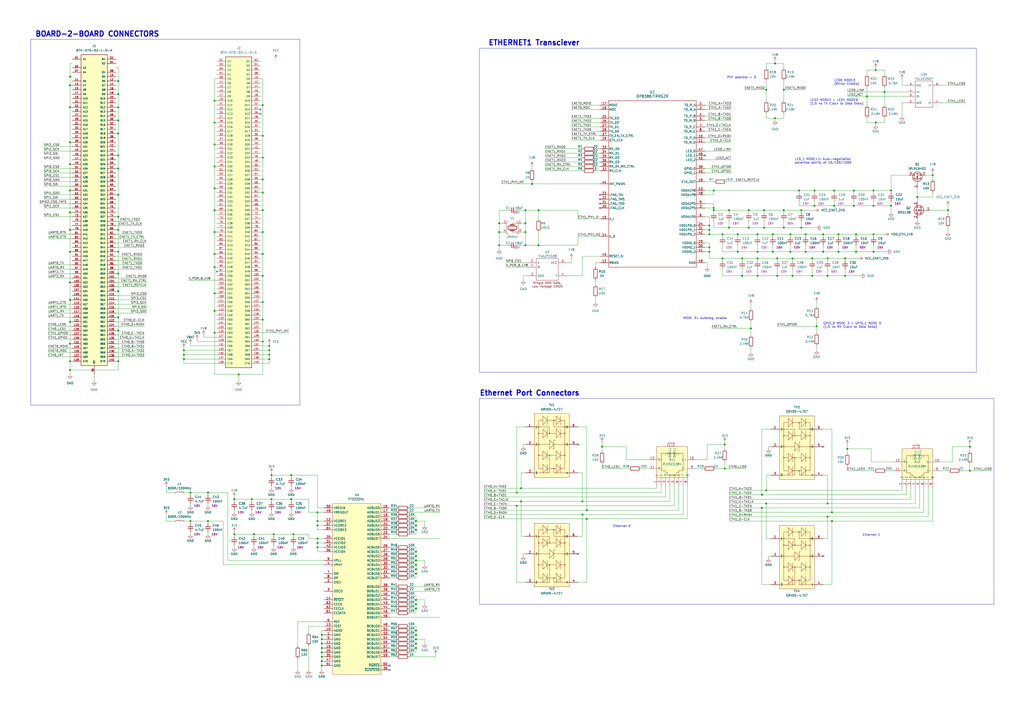
<source format=kicad_sch>
(kicad_sch (version 20230121) (generator eeschema)
  (paper "A2")
  (junction (at 152.4 78.74))
  (junction (at 508 40.64))
  (junction (at 289.56 134.62))
  (junction (at 443.23 121.92))
  (junction (at 411.48 130.81))
  (junction (at 464.82 121.92))
  (junction (at 439.42 146.05))
  (junction (at 496.57 146.05))
  (junction (at 541.02 101.6))
  (junction (at 156.21 200.66))
  (junction (at 124.46 180.34))
  (junction (at 124.46 71.12))
  (junction (at 454.66 132.08))
  (junction (at 68.58 209.55))
  (junction (at 427.99 135.89))
  (junction (at 471.17 160.02))
  (junction (at 184.15 317.5))
  (junction (at 506.73 135.89))
  (junction (at 40.64 209.55))
  (junction (at 170.18 309.88))
  (junction (at 184.15 314.96))
  (junction (at 152.4 60.96))
  (junction (at 186.69 386.08))
  (junction (at 513.08 53.34))
  (junction (at 289.56 129.54))
  (junction (at 186.69 373.38))
  (junction (at 420.37 271.78))
  (junction (at 443.23 132.08))
  (junction (at 516.89 110.49))
  (junction (at 40.64 133.35))
  (junction (at 168.91 289.56))
  (junction (at 434.34 132.08))
  (junction (at 304.8 129.54))
  (junction (at 302.26 283.21))
  (junction (at 152.4 175.26))
  (junction (at 459.74 149.86))
  (junction (at 184.15 312.42))
  (junction (at 450.85 160.02))
  (junction (at 490.22 160.02))
  (junction (at 241.3 325.12))
  (junction (at 434.34 121.92))
  (junction (at 241.3 373.38))
  (junction (at 549.91 121.92))
  (junction (at 110.49 285.75))
  (junction (at 152.4 91.44))
  (junction (at 152.4 121.92))
  (junction (at 337.82 298.45))
  (junction (at 152.4 185.42))
  (junction (at 135.89 289.56))
  (junction (at 289.56 142.24))
  (junction (at 495.3 119.38))
  (junction (at 241.3 365.76))
  (junction (at 40.64 163.83))
  (junction (at 411.48 146.05))
  (junction (at 184.15 297.18))
  (junction (at 186.69 378.46))
  (junction (at 186.69 383.54))
  (junction (at 152.4 111.76))
  (junction (at 135.89 309.88))
  (junction (at 299.72 293.37))
  (junction (at 146.05 289.56))
  (junction (at 340.36 300.99))
  (junction (at 168.91 275.59))
  (junction (at 147.32 309.88))
  (junction (at 444.5 292.1))
  (junction (at 483.87 119.38))
  (junction (at 157.48 275.59))
  (junction (at 444.5 52.07))
  (junction (at 124.46 134.62))
  (junction (at 68.58 69.85))
  (junction (at 152.4 198.12))
  (junction (at 516.89 119.38))
  (junction (at 448.31 135.89))
  (junction (at 441.96 294.64))
  (junction (at 483.87 110.49))
  (junction (at 40.64 173.99))
  (junction (at 304.8 134.62))
  (junction (at 124.46 154.94))
  (junction (at 40.64 95.25))
  (junction (at 152.4 160.02))
  (junction (at 241.3 307.34))
  (junction (at 68.58 97.79))
  (junction (at 459.74 160.02))
  (junction (at 304.8 142.24))
  (junction (at 414.02 110.49))
  (junction (at 120.65 302.26))
  (junction (at 241.3 332.74))
  (junction (at 532.13 114.3))
  (junction (at 68.58 191.77))
  (junction (at 106.68 203.2))
  (junction (at 480.06 149.86))
  (junction (at 106.68 208.28))
  (junction (at 506.73 146.05))
  (junction (at 337.82 290.83))
  (junction (at 562.61 273.05))
  (junction (at 506.73 110.49))
  (junction (at 439.42 149.86))
  (junction (at 454.66 121.92))
  (junction (at 40.64 44.45))
  (junction (at 411.48 135.89))
  (junction (at 458.47 135.89))
  (junction (at 68.58 54.61))
  (junction (at 156.21 205.74))
  (junction (at 241.3 347.98))
  (junction (at 241.3 327.66))
  (junction (at 486.41 135.89))
  (junction (at 124.46 147.32))
  (junction (at 241.3 322.58))
  (junction (at 471.17 149.86))
  (junction (at 68.58 168.91))
  (junction (at 40.64 82.55))
  (junction (at 184.15 304.8))
  (junction (at 241.3 302.26))
  (junction (at 68.58 125.73))
  (junction (at 40.64 146.05))
  (junction (at 486.41 146.05))
  (junction (at 467.36 135.89))
  (junction (at 482.6 302.26))
  (junction (at 473.71 189.23))
  (junction (at 157.48 289.56))
  (junction (at 124.46 121.92))
  (junction (at 477.52 146.05))
  (junction (at 414.02 120.65))
  (junction (at 422.91 121.92))
  (junction (at 495.3 110.49))
  (junction (at 241.3 320.04))
  (junction (at 186.69 375.92))
  (junction (at 464.82 132.08))
  (junction (at 349.25 259.08))
  (junction (at 40.64 123.19))
  (junction (at 450.85 149.86))
  (junction (at 68.58 184.15))
  (junction (at 340.36 295.91))
  (junction (at 449.58 36.83))
  (junction (at 439.42 135.89))
  (junction (at 110.49 302.26))
  (junction (at 158.75 309.88))
  (junction (at 458.47 146.05))
  (junction (at 40.64 62.23))
  (junction (at 411.48 143.51))
  (junction (at 68.58 158.75))
  (junction (at 152.4 134.62))
  (junction (at 312.42 142.24))
  (junction (at 68.58 77.47))
  (junction (at 449.58 68.58))
  (junction (at 68.58 133.35))
  (junction (at 441.96 287.02))
  (junction (at 124.46 109.22))
  (junction (at 40.64 199.39))
  (junction (at 508 71.12))
  (junction (at 439.42 160.02))
  (junction (at 299.72 285.75))
  (junction (at 40.64 110.49))
  (junction (at 40.64 186.69))
  (junction (at 68.58 146.05))
  (junction (at 186.69 381))
  (junction (at 68.58 46.99))
  (junction (at 152.4 147.32))
  (junction (at 496.57 135.89))
  (junction (at 312.42 121.92))
  (junction (at 480.06 299.72))
  (junction (at 124.46 58.42))
  (junction (at 420.37 257.81))
  (junction (at 427.99 146.05))
  (junction (at 430.53 149.86))
  (junction (at 467.36 146.05))
  (junction (at 186.69 368.3))
  (junction (at 68.58 90.17))
  (junction (at 472.44 110.49))
  (junction (at 40.64 214.63))
  (junction (at 124.46 193.04))
  (junction (at 124.46 170.18))
  (junction (at 302.26 290.83))
  (junction (at 138.43 217.17))
  (junction (at 241.3 375.92))
  (junction (at 430.53 160.02))
  (junction (at 68.58 62.23))
  (junction (at 156.21 208.28))
  (junction (at 414.02 121.92))
  (junction (at 419.1 149.86))
  (junction (at 124.46 96.52))
  (junction (at 241.3 368.3))
  (junction (at 241.3 370.84))
  (junction (at 106.68 205.74))
  (junction (at 186.69 370.84))
  (junction (at 241.3 353.06))
  (junction (at 308.61 106.68))
  (junction (at 472.44 119.38))
  (junction (at 40.64 49.53))
  (junction (at 120.65 285.75))
  (junction (at 506.73 119.38))
  (junction (at 422.91 132.08))
  (junction (at 480.06 160.02))
  (junction (at 152.4 104.14))
  (junction (at 502.92 55.88))
  (junction (at 411.48 133.35))
  (junction (at 562.61 259.08))
  (junction (at 68.58 113.03))
  (junction (at 184.15 302.26))
  (junction (at 241.3 330.2))
  (junction (at 448.31 146.05))
  (junction (at 490.22 149.86))
  (junction (at 124.46 83.82))
  (junction (at 156.21 203.2))
  (junction (at 482.6 297.18))
  (junction (at 480.06 292.1))
  (junction (at 241.3 350.52))
  (junction (at 304.8 121.92))
  (junction (at 435.61 190.5))
  (junction (at 241.3 304.8))
  (junction (at 477.52 135.89))
  (junction (at 463.55 110.49))
  (junction (at 454.66 52.07))
  (junction (at 491.49 260.35))
  (junction (at 419.1 135.89))
  (junction (at 444.5 284.48))
  (no_connect (at 335.28 257.81))
  (no_connect (at 347.98 118.11))
  (no_connect (at 477.52 259.08))
  (no_connect (at 477.52 322.58))
  (no_connect (at 226.06 386.08))
  (no_connect (at 347.98 120.65))
  (no_connect (at 151.13 63.5))
  (no_connect (at 226.06 388.62))
  (no_connect (at 347.98 113.03))
  (no_connect (at 408.94 90.17))
  (no_connect (at 335.28 321.31))
  (no_connect (at 125.73 157.48))
  (no_connect (at 151.13 66.04))
  (no_connect (at 347.98 115.57))
  (wire (pts (xy 331.47 76.2) (xy 347.98 76.2)))
  (wire (pts (xy 408.94 92.71) (xy 424.18 92.71)))
  (wire (pts (xy 157.48 295.91) (xy 157.48 297.18)))
  (wire (pts (xy 280.67 288.29) (xy 386.08 288.29)))
  (wire (pts (xy 422.91 299.72) (xy 480.06 299.72)))
  (wire (pts (xy 179.07 297.18) (xy 179.07 289.56)))
  (wire (pts (xy 381 281.94) (xy 381 283.21)))
  (wire (pts (xy 328.93 152.4) (xy 331.47 152.4)))
  (wire (pts (xy 118.11 195.58) (xy 125.73 195.58)))
  (wire (pts (xy 280.67 298.45) (xy 337.82 298.45)))
  (wire (pts (xy 40.64 146.05) (xy 40.64 133.35)))
  (wire (pts (xy 184.15 302.26) (xy 187.96 302.26)))
  (wire (pts (xy 237.49 330.2) (xy 241.3 330.2)))
  (wire (pts (xy 419.1 135.89) (xy 411.48 135.89)))
  (wire (pts (xy 40.64 209.55) (xy 41.91 209.55)))
  (wire (pts (xy 226.06 368.3) (xy 229.87 368.3)))
  (wire (pts (xy 439.42 160.02) (xy 450.85 160.02)))
  (wire (pts (xy 151.13 104.14) (xy 152.4 104.14)))
  (wire (pts (xy 459.74 151.13) (xy 459.74 149.86)))
  (wire (pts (xy 335.28 337.82) (xy 340.36 337.82)))
  (wire (pts (xy 304.8 129.54) (xy 304.8 121.92)))
  (wire (pts (xy 241.3 330.2) (xy 241.3 332.74)))
  (wire (pts (xy 237.49 307.34) (xy 241.3 307.34)))
  (wire (pts (xy 241.3 327.66) (xy 241.3 330.2)))
  (wire (pts (xy 184.15 302.26) (xy 184.15 297.18)))
  (wire (pts (xy 246.38 302.26) (xy 241.3 302.26)))
  (wire (pts (xy 502.92 55.88) (xy 502.92 60.96)))
  (wire (pts (xy 138.43 217.17) (xy 138.43 220.98)))
  (wire (pts (xy 237.49 370.84) (xy 241.3 370.84)))
  (wire (pts (xy 383.54 281.94) (xy 383.54 285.75)))
  (wire (pts (xy 25.4 113.03) (xy 41.91 113.03)))
  (wire (pts (xy 289.56 121.92) (xy 289.56 129.54)))
  (wire (pts (xy 414.02 113.03) (xy 414.02 110.49)))
  (wire (pts (xy 419.1 156.21) (xy 419.1 160.02)))
  (wire (pts (xy 124.46 147.32) (xy 125.73 147.32)))
  (wire (pts (xy 427.99 135.89) (xy 439.42 135.89)))
  (wire (pts (xy 408.94 105.41) (xy 414.02 105.41)))
  (wire (pts (xy 25.4 97.79) (xy 41.91 97.79)))
  (wire (pts (xy 226.06 345.44) (xy 229.87 345.44)))
  (wire (pts (xy 472.44 119.38) (xy 483.87 119.38)))
  (wire (pts (xy 419.1 146.05) (xy 427.99 146.05)))
  (wire (pts (xy 67.31 171.45) (xy 85.09 171.45)))
  (wire (pts (xy 67.31 158.75) (xy 68.58 158.75)))
  (wire (pts (xy 335.28 137.16) (xy 335.28 142.24)))
  (wire (pts (xy 226.06 302.26) (xy 229.87 302.26)))
  (wire (pts (xy 513.08 135.89) (xy 506.73 135.89)))
  (wire (pts (xy 67.31 163.83) (xy 85.09 163.83)))
  (wire (pts (xy 408.94 87.63) (xy 424.18 87.63)))
  (wire (pts (xy 68.58 158.75) (xy 68.58 168.91)))
  (wire (pts (xy 151.13 134.62) (xy 152.4 134.62)))
  (wire (pts (xy 40.64 123.19) (xy 40.64 110.49)))
  (wire (pts (xy 135.89 288.29) (xy 135.89 289.56)))
  (wire (pts (xy 292.1 134.62) (xy 289.56 134.62)))
  (wire (pts (xy 472.44 116.84) (xy 472.44 119.38)))
  (wire (pts (xy 302.26 129.54) (xy 304.8 129.54)))
  (wire (pts (xy 237.49 335.28) (xy 241.3 335.28)))
  (wire (pts (xy 226.06 327.66) (xy 229.87 327.66)))
  (wire (pts (xy 109.22 162.56) (xy 125.73 162.56)))
  (wire (pts (xy 340.36 295.91) (xy 393.7 295.91)))
  (wire (pts (xy 184.15 307.34) (xy 184.15 304.8)))
  (wire (pts (xy 120.65 303.53) (xy 120.65 302.26)))
  (wire (pts (xy 441.96 339.09) (xy 441.96 294.64)))
  (wire (pts (xy 237.49 342.9) (xy 255.27 342.9)))
  (wire (pts (xy 152.4 104.14) (xy 152.4 91.44)))
  (wire (pts (xy 483.87 110.49) (xy 483.87 111.76)))
  (wire (pts (xy 420.37 257.81) (xy 420.37 256.54)))
  (wire (pts (xy 480.06 149.86) (xy 480.06 151.13)))
  (wire (pts (xy 408.94 133.35) (xy 411.48 133.35)))
  (wire (pts (xy 280.67 300.99) (xy 340.36 300.99)))
  (wire (pts (xy 304.8 121.92) (xy 299.72 121.92)))
  (wire (pts (xy 473.71 175.26) (xy 473.71 177.8)))
  (wire (pts (xy 337.82 148.59) (xy 347.98 148.59)))
  (wire (pts (xy 562.61 259.08) (xy 562.61 261.62)))
  (wire (pts (xy 27.94 201.93) (xy 41.91 201.93)))
  (wire (pts (xy 345.44 99.06) (xy 347.98 99.06)))
  (wire (pts (xy 562.61 269.24) (xy 562.61 273.05)))
  (wire (pts (xy 345.44 93.98) (xy 347.98 93.98)))
  (wire (pts (xy 27.94 161.29) (xy 41.91 161.29)))
  (wire (pts (xy 241.3 299.72) (xy 241.3 302.26)))
  (wire (pts (xy 345.44 152.4) (xy 345.44 154.94)))
  (wire (pts (xy 502.92 43.18) (xy 502.92 40.64)))
  (wire (pts (xy 187.96 294.64) (xy 184.15 294.64)))
  (wire (pts (xy 186.69 386.08) (xy 187.96 386.08)))
  (wire (pts (xy 445.77 259.08) (xy 445.77 260.35)))
  (wire (pts (xy 491.49 260.35) (xy 491.49 262.89)))
  (wire (pts (xy 27.94 156.21) (xy 41.91 156.21)))
  (wire (pts (xy 302.26 134.62) (xy 304.8 134.62)))
  (wire (pts (xy 67.31 194.31) (xy 83.82 194.31)))
  (wire (pts (xy 316.23 99.06) (xy 337.82 99.06)))
  (wire (pts (xy 152.4 121.92) (xy 152.4 111.76)))
  (wire (pts (xy 124.46 180.34) (xy 125.73 180.34)))
  (wire (pts (xy 124.46 58.42) (xy 124.46 71.12)))
  (wire (pts (xy 40.64 62.23) (xy 41.91 62.23)))
  (wire (pts (xy 158.75 309.88) (xy 170.18 309.88)))
  (wire (pts (xy 443.23 132.08) (xy 454.66 132.08)))
  (wire (pts (xy 226.06 347.98) (xy 229.87 347.98)))
  (wire (pts (xy 237.49 355.6) (xy 241.3 355.6)))
  (wire (pts (xy 304.8 247.65) (xy 299.72 247.65)))
  (wire (pts (xy 304.8 257.81) (xy 303.53 257.81)))
  (wire (pts (xy 67.31 39.37) (xy 68.58 39.37)))
  (wire (pts (xy 349.25 256.54) (xy 349.25 259.08)))
  (wire (pts (xy 124.46 154.94) (xy 124.46 170.18)))
  (wire (pts (xy 157.48 289.56) (xy 146.05 289.56)))
  (wire (pts (xy 226.06 294.64) (xy 229.87 294.64)))
  (wire (pts (xy 147.32 309.88) (xy 158.75 309.88)))
  (wire (pts (xy 345.44 172.72) (xy 345.44 175.26)))
  (wire (pts (xy 152.4 60.96) (xy 152.4 45.72)))
  (wire (pts (xy 40.64 173.99) (xy 40.64 163.83)))
  (wire (pts (xy 473.71 132.08) (xy 464.82 132.08)))
  (wire (pts (xy 463.55 119.38) (xy 472.44 119.38)))
  (wire (pts (xy 186.69 368.3) (xy 187.96 368.3)))
  (wire (pts (xy 391.16 281.94) (xy 391.16 293.37)))
  (wire (pts (xy 552.45 259.08) (xy 552.45 267.97)))
  (wire (pts (xy 393.7 281.94) (xy 393.7 295.91)))
  (wire (pts (xy 467.36 135.89) (xy 467.36 137.16)))
  (wire (pts (xy 106.68 205.74) (xy 125.73 205.74)))
  (wire (pts (xy 454.66 52.07) (xy 454.66 58.42)))
  (wire (pts (xy 241.3 375.92) (xy 241.3 378.46)))
  (wire (pts (xy 422.91 294.64) (xy 441.96 294.64)))
  (wire (pts (xy 331.47 78.74) (xy 347.98 78.74)))
  (wire (pts (xy 454.66 132.08) (xy 464.82 132.08)))
  (wire (pts (xy 237.49 322.58) (xy 241.3 322.58)))
  (wire (pts (xy 27.94 184.15) (xy 41.91 184.15)))
  (wire (pts (xy 226.06 325.12) (xy 229.87 325.12)))
  (wire (pts (xy 27.94 191.77) (xy 41.91 191.77)))
  (wire (pts (xy 237.49 325.12) (xy 241.3 325.12)))
  (wire (pts (xy 516.89 101.6) (xy 527.05 101.6)))
  (wire (pts (xy 241.3 304.8) (xy 241.3 307.34)))
  (wire (pts (xy 420.37 271.78) (xy 433.07 271.78)))
  (wire (pts (xy 124.46 83.82) (xy 125.73 83.82)))
  (wire (pts (xy 151.13 203.2) (xy 156.21 203.2)))
  (wire (pts (xy 68.58 146.05) (xy 68.58 158.75)))
  (wire (pts (xy 411.48 130.81) (xy 411.48 133.35)))
  (wire (pts (xy 68.58 209.55) (xy 68.58 214.63)))
  (wire (pts (xy 179.07 374.65) (xy 179.07 388.62)))
  (wire (pts (xy 335.28 247.65) (xy 340.36 247.65)))
  (wire (pts (xy 151.13 60.96) (xy 152.4 60.96)))
  (wire (pts (xy 471.17 156.21) (xy 471.17 160.02)))
  (wire (pts (xy 151.13 147.32) (xy 152.4 147.32)))
  (wire (pts (xy 435.61 201.93) (xy 435.61 204.47)))
  (wire (pts (xy 124.46 96.52) (xy 124.46 109.22)))
  (wire (pts (xy 422.91 128.27) (xy 422.91 132.08)))
  (wire (pts (xy 304.8 142.24) (xy 304.8 134.62)))
  (wire (pts (xy 312.42 121.92) (xy 304.8 121.92)))
  (wire (pts (xy 156.21 208.28) (xy 156.21 205.74)))
  (wire (pts (xy 241.3 363.22) (xy 241.3 365.76)))
  (wire (pts (xy 464.82 121.92) (xy 464.82 123.19)))
  (wire (pts (xy 186.69 365.76) (xy 187.96 365.76)))
  (wire (pts (xy 135.89 316.23) (xy 135.89 317.5)))
  (wire (pts (xy 106.68 210.82) (xy 106.68 208.28)))
  (wire (pts (xy 226.06 312.42) (xy 255.27 312.42)))
  (wire (pts (xy 67.31 46.99) (xy 68.58 46.99)))
  (wire (pts (xy 422.91 289.56) (xy 528.32 289.56)))
  (wire (pts (xy 335.28 311.15) (xy 337.82 311.15)))
  (wire (pts (xy 299.72 337.82) (xy 299.72 293.37)))
  (wire (pts (xy 67.31 151.13) (xy 82.55 151.13)))
  (wire (pts (xy 40.64 209.55) (xy 40.64 199.39)))
  (wire (pts (xy 349.25 259.08) (xy 363.22 259.08)))
  (wire (pts (xy 447.04 322.58) (xy 445.77 322.58)))
  (wire (pts (xy 562.61 273.05) (xy 575.31 273.05)))
  (wire (pts (xy 502.92 71.12) (xy 508 71.12)))
  (wire (pts (xy 410.21 257.81) (xy 420.37 257.81)))
  (wire (pts (xy 40.64 163.83) (xy 40.64 146.05)))
  (wire (pts (xy 435.61 186.69) (xy 435.61 190.5)))
  (wire (pts (xy 168.91 290.83) (xy 168.91 289.56)))
  (wire (pts (xy 331.47 63.5) (xy 347.98 63.5)))
  (wire (pts (xy 40.64 133.35) (xy 41.91 133.35)))
  (wire (pts (xy 316.23 86.36) (xy 337.82 86.36)))
  (wire (pts (xy 304.8 337.82) (xy 299.72 337.82)))
  (wire (pts (xy 237.49 347.98) (xy 241.3 347.98)))
  (wire (pts (xy 508 40.64) (xy 508 39.37)))
  (wire (pts (xy 237.49 378.46) (xy 241.3 378.46)))
  (wire (pts (xy 152.4 91.44) (xy 152.4 78.74)))
  (wire (pts (xy 186.69 365.76) (xy 186.69 368.3)))
  (wire (pts (xy 68.58 69.85) (xy 68.58 77.47)))
  (wire (pts (xy 557.53 273.05) (xy 562.61 273.05)))
  (wire (pts (xy 184.15 275.59) (xy 168.91 275.59)))
  (wire (pts (xy 152.4 160.02) (xy 152.4 147.32)))
  (wire (pts (xy 549.91 132.08) (xy 549.91 134.62)))
  (wire (pts (xy 441.96 294.64) (xy 533.4 294.64)))
  (wire (pts (xy 477.52 146.05) (xy 486.41 146.05)))
  (wire (pts (xy 67.31 69.85) (xy 68.58 69.85)))
  (wire (pts (xy 491.49 270.51) (xy 491.49 273.05)))
  (wire (pts (xy 496.57 135.89) (xy 496.57 137.16)))
  (wire (pts (xy 27.94 153.67) (xy 41.91 153.67)))
  (wire (pts (xy 525.78 283.21) (xy 525.78 287.02)))
  (wire (pts (xy 304.8 311.15) (xy 302.26 311.15)))
  (wire (pts (xy 67.31 176.53) (xy 85.09 176.53)))
  (wire (pts (xy 124.46 134.62) (xy 125.73 134.62)))
  (wire (pts (xy 541.02 283.21) (xy 541.02 302.26)))
  (wire (pts (xy 410.21 152.4) (xy 410.21 154.94)))
  (wire (pts (xy 345.44 88.9) (xy 347.98 88.9)))
  (wire (pts (xy 335.28 274.32) (xy 337.82 274.32)))
  (wire (pts (xy 67.31 97.79) (xy 68.58 97.79)))
  (wire (pts (xy 67.31 186.69) (xy 83.82 186.69)))
  (wire (pts (xy 226.06 363.22) (xy 229.87 363.22)))
  (wire (pts (xy 513.08 43.18) (xy 513.08 40.64)))
  (wire (pts (xy 241.3 365.76) (xy 241.3 368.3)))
  (wire (pts (xy 67.31 179.07) (xy 85.09 179.07)))
  (wire (pts (xy 447.04 339.09) (xy 441.96 339.09)))
  (wire (pts (xy 528.32 283.21) (xy 528.32 289.56)))
  (wire (pts (xy 337.82 274.32) (xy 337.82 290.83)))
  (wire (pts (xy 25.4 107.95) (xy 41.91 107.95)))
  (wire (pts (xy 124.46 193.04) (xy 125.73 193.04)))
  (wire (pts (xy 135.89 311.15) (xy 135.89 309.88)))
  (wire (pts (xy 40.64 62.23) (xy 40.64 49.53)))
  (wire (pts (xy 152.4 78.74) (xy 152.4 60.96)))
  (wire (pts (xy 40.64 110.49) (xy 40.64 95.25)))
  (wire (pts (xy 444.5 284.48) (xy 523.24 284.48)))
  (wire (pts (xy 546.1 49.53) (xy 560.07 49.53)))
  (wire (pts (xy 124.46 45.72) (xy 124.46 58.42)))
  (wire (pts (xy 27.94 207.01) (xy 41.91 207.01)))
  (wire (pts (xy 226.06 297.18) (xy 229.87 297.18)))
  (wire (pts (xy 67.31 181.61) (xy 85.09 181.61)))
  (wire (pts (xy 439.42 156.21) (xy 439.42 160.02)))
  (wire (pts (xy 170.18 316.23) (xy 170.18 317.5)))
  (wire (pts (xy 508 71.12) (xy 508 72.39)))
  (wire (pts (xy 157.48 274.32) (xy 157.48 275.59)))
  (wire (pts (xy 110.49 308.61) (xy 110.49 309.88)))
  (wire (pts (xy 241.3 307.34) (xy 241.3 309.88)))
  (wire (pts (xy 427.99 142.24) (xy 427.99 146.05)))
  (wire (pts (xy 495.3 110.49) (xy 495.3 111.76)))
  (wire (pts (xy 22.86 118.11) (xy 41.91 118.11)))
  (wire (pts (xy 454.66 128.27) (xy 454.66 132.08)))
  (wire (pts (xy 495.3 119.38) (xy 506.73 119.38)))
  (wire (pts (xy 237.49 317.5) (xy 241.3 317.5)))
  (wire (pts (xy 186.69 373.38) (xy 186.69 375.92)))
  (wire (pts (xy 226.06 355.6) (xy 229.87 355.6)))
  (wire (pts (xy 151.13 175.26) (xy 152.4 175.26)))
  (wire (pts (xy 151.13 111.76) (xy 152.4 111.76)))
  (wire (pts (xy 467.36 142.24) (xy 467.36 146.05)))
  (wire (pts (xy 226.06 322.58) (xy 229.87 322.58)))
  (wire (pts (xy 419.1 135.89) (xy 427.99 135.89)))
  (wire (pts (xy 458.47 142.24) (xy 458.47 146.05)))
  (wire (pts (xy 226.06 365.76) (xy 229.87 365.76)))
  (wire (pts (xy 340.36 337.82) (xy 340.36 300.99)))
  (wire (pts (xy 280.67 295.91) (xy 340.36 295.91)))
  (wire (pts (xy 335.28 142.24) (xy 312.42 142.24)))
  (wire (pts (xy 308.61 96.52) (xy 308.61 97.79)))
  (wire (pts (xy 541.02 111.76) (xy 541.02 114.3)))
  (wire (pts (xy 187.96 312.42) (xy 184.15 312.42)))
  (wire (pts (xy 27.94 181.61) (xy 41.91 181.61)))
  (wire (pts (xy 422.91 292.1) (xy 444.5 292.1)))
  (wire (pts (xy 156.21 200.66) (xy 156.21 199.39)))
  (wire (pts (xy 67.31 54.61) (xy 68.58 54.61)))
  (wire (pts (xy 411.48 125.73) (xy 411.48 130.81)))
  (wire (pts (xy 294.64 121.92) (xy 289.56 121.92)))
  (wire (pts (xy 67.31 204.47) (xy 83.82 204.47)))
  (wire (pts (xy 146.05 290.83) (xy 146.05 289.56)))
  (wire (pts (xy 280.67 293.37) (xy 299.72 293.37)))
  (wire (pts (xy 184.15 304.8) (xy 184.15 302.26)))
  (wire (pts (xy 411.48 140.97) (xy 411.48 143.51)))
  (wire (pts (xy 124.46 58.42) (xy 125.73 58.42)))
  (wire (pts (xy 497.84 149.86) (xy 490.22 149.86)))
  (wire (pts (xy 448.31 137.16) (xy 448.31 135.89)))
  (wire (pts (xy 422.91 302.26) (xy 482.6 302.26)))
  (wire (pts (xy 340.36 247.65) (xy 340.36 295.91)))
  (wire (pts (xy 118.11 195.58) (xy 118.11 194.31)))
  (wire (pts (xy 349.25 259.08) (xy 349.25 261.62)))
  (wire (pts (xy 184.15 320.04) (xy 184.15 317.5)))
  (wire (pts (xy 450.85 189.23) (xy 473.71 189.23)))
  (wire (pts (xy 67.31 161.29) (xy 85.09 161.29)))
  (wire (pts (xy 516.89 119.38) (xy 516.89 123.19)))
  (wire (pts (xy 302.26 290.83) (xy 337.82 290.83)))
  (wire (pts (xy 25.4 125.73) (xy 41.91 125.73)))
  (wire (pts (xy 68.58 62.23) (xy 68.58 69.85)))
  (wire (pts (xy 506.73 273.05) (xy 491.49 273.05)))
  (wire (pts (xy 491.49 260.35) (xy 505.46 260.35)))
  (wire (pts (xy 68.58 97.79) (xy 68.58 113.03)))
  (wire (pts (xy 337.82 298.45) (xy 396.24 298.45)))
  (wire (pts (xy 541.02 100.33) (xy 541.02 101.6)))
  (wire (pts (xy 157.48 281.94) (xy 157.48 283.21)))
  (wire (pts (xy 151.13 198.12) (xy 152.4 198.12)))
  (wire (pts (xy 146.05 295.91) (xy 146.05 297.18)))
  (wire (pts (xy 187.96 325.12) (xy 132.08 325.12)))
  (wire (pts (xy 186.69 381) (xy 186.69 383.54)))
  (wire (pts (xy 40.64 95.25) (xy 41.91 95.25)))
  (wire (pts (xy 40.64 44.45) (xy 41.91 44.45)))
  (wire (pts (xy 241.3 332.74) (xy 241.3 335.28)))
  (wire (pts (xy 422.91 121.92) (xy 434.34 121.92)))
  (wire (pts (xy 237.49 320.04) (xy 241.3 320.04)))
  (wire (pts (xy 294.64 142.24) (xy 289.56 142.24)))
  (wire (pts (xy 40.64 163.83) (xy 41.91 163.83)))
  (wire (pts (xy 502.92 40.64) (xy 508 40.64)))
  (wire (pts (xy 335.28 121.92) (xy 312.42 121.92)))
  (wire (pts (xy 226.06 340.36) (xy 229.87 340.36)))
  (wire (pts (xy 246.38 350.52) (xy 246.38 347.98)))
  (wire (pts (xy 40.64 82.55) (xy 41.91 82.55)))
  (wire (pts (xy 444.5 52.07) (xy 444.5 58.42)))
  (wire (pts (xy 156.21 203.2) (xy 156.21 200.66)))
  (wire (pts (xy 450.85 156.21) (xy 450.85 160.02)))
  (wire (pts (xy 124.46 147.32) (xy 124.46 154.94)))
  (wire (pts (xy 226.06 299.72) (xy 229.87 299.72)))
  (wire (pts (xy 106.68 285.75) (xy 110.49 285.75)))
  (wire (pts (xy 124.46 170.18) (xy 124.46 180.34)))
  (wire (pts (xy 486.41 142.24) (xy 486.41 146.05)))
  (wire (pts (xy 67.31 199.39) (xy 83.82 199.39)))
  (wire (pts (xy 316.23 91.44) (xy 337.82 91.44)))
  (wire (pts (xy 448.31 135.89) (xy 458.47 135.89)))
  (wire (pts (xy 110.49 285.75) (xy 110.49 287.02)))
  (wire (pts (xy 96.52 302.26) (xy 96.52 298.45)))
  (wire (pts (xy 502.92 50.8) (xy 502.92 55.88)))
  (wire (pts (xy 124.46 83.82) (xy 124.46 96.52)))
  (wire (pts (xy 473.71 200.66) (xy 473.71 203.2)))
  (wire (pts (xy 67.31 148.59) (xy 82.55 148.59)))
  (wire (pts (xy 464.82 128.27) (xy 464.82 132.08)))
  (wire (pts (xy 246.38 347.98) (xy 241.3 347.98)))
  (wire (pts (xy 408.94 152.4) (xy 410.21 152.4)))
  (wire (pts (xy 106.68 302.26) (xy 110.49 302.26)))
  (wire (pts (xy 152.4 111.76) (xy 152.4 104.14)))
  (wire (pts (xy 152.4 45.72) (xy 151.13 45.72)))
  (wire (pts (xy 491.49 55.88) (xy 502.92 55.88)))
  (wire (pts (xy 414.02 110.49) (xy 463.55 110.49)))
  (wire (pts (xy 27.94 204.47) (xy 41.91 204.47)))
  (wire (pts (xy 237.49 345.44) (xy 241.3 345.44)))
  (wire (pts (xy 184.15 314.96) (xy 184.15 312.42)))
  (wire (pts (xy 496.57 142.24) (xy 496.57 146.05)))
  (wire (pts (xy 27.94 179.07) (xy 41.91 179.07)))
  (wire (pts (xy 135.89 295.91) (xy 135.89 297.18)))
  (wire (pts (xy 523.24 59.69) (xy 523.24 67.31)))
  (wire (pts (xy 40.64 49.53) (xy 41.91 49.53)))
  (wire (pts (xy 226.06 350.52) (xy 229.87 350.52)))
  (wire (pts (xy 226.06 320.04) (xy 229.87 320.04)))
  (wire (pts (xy 81.28 128.27) (xy 67.31 128.27)))
  (wire (pts (xy 450.85 160.02) (xy 459.74 160.02)))
  (wire (pts (xy 408.94 73.66) (xy 424.18 73.66)))
  (wire (pts (xy 83.82 143.51) (xy 67.31 143.51)))
  (wire (pts (xy 82.55 135.89) (xy 67.31 135.89)))
  (wire (pts (xy 441.96 248.92) (xy 441.96 287.02)))
  (wire (pts (xy 152.4 175.26) (xy 152.4 160.02)))
  (wire (pts (xy 364.49 271.78) (xy 349.25 271.78)))
  (wire (pts (xy 471.17 160.02) (xy 480.06 160.02)))
  (wire (pts (xy 477.52 142.24) (xy 477.52 146.05)))
  (wire (pts (xy 408.94 130.81) (xy 411.48 130.81)))
  (wire (pts (xy 411.48 149.86) (xy 411.48 146.05)))
  (wire (pts (xy 289.56 134.62) (xy 289.56 129.54)))
  (wire (pts (xy 124.46 71.12) (xy 124.46 83.82)))
  (wire (pts (xy 68.58 125.73) (xy 68.58 133.35)))
  (wire (pts (xy 67.31 168.91) (xy 68.58 168.91)))
  (wire (pts (xy 408.94 120.65) (xy 414.02 120.65)))
  (wire (pts (xy 237.49 350.52) (xy 241.3 350.52)))
  (wire (pts (xy 532.13 127) (xy 532.13 128.27)))
  (wire (pts (xy 312.42 142.24) (xy 304.8 142.24)))
  (wire (pts (xy 299.72 247.65) (xy 299.72 285.75)))
  (wire (pts (xy 156.21 210.82) (xy 156.21 208.28)))
  (wire (pts (xy 303.53 321.31) (xy 303.53 322.58)))
  (wire (pts (xy 186.69 381) (xy 187.96 381)))
  (wire (pts (xy 482.6 297.18) (xy 535.94 297.18)))
  (wire (pts (xy 27.94 196.85) (xy 41.91 196.85)))
  (wire (pts (xy 241.3 322.58) (xy 241.3 325.12)))
  (wire (pts (xy 411.48 133.35) (xy 411.48 135.89)))
  (wire (pts (xy 449.58 68.58) (xy 449.58 69.85)))
  (wire (pts (xy 480.06 312.42) (xy 480.06 299.72)))
  (wire (pts (xy 168.91 275.59) (xy 157.48 275.59)))
  (wire (pts (xy 40.64 173.99) (xy 41.91 173.99)))
  (wire (pts (xy 308.61 106.68) (xy 308.61 105.41)))
  (wire (pts (xy 403.86 271.78) (xy 407.67 271.78)))
  (wire (pts (xy 408.94 63.5) (xy 424.18 63.5)))
  (wire (pts (xy 419.1 149.86) (xy 411.48 149.86)))
  (wire (pts (xy 226.06 317.5) (xy 229.87 317.5)))
  (wire (pts (xy 120.65 287.02) (xy 120.65 285.75)))
  (wire (pts (xy 106.68 208.28) (xy 106.68 205.74)))
  (wire (pts (xy 434.34 128.27) (xy 434.34 132.08)))
  (wire (pts (xy 25.4 87.63) (xy 41.91 87.63)))
  (wire (pts (xy 152.4 198.12) (xy 152.4 185.42)))
  (wire (pts (xy 516.89 101.6) (xy 516.89 110.49)))
  (wire (pts (xy 411.48 135.89) (xy 408.94 135.89)))
  (wire (pts (xy 147.32 311.15) (xy 147.32 309.88)))
  (wire (pts (xy 513.08 71.12) (xy 508 71.12)))
  (wire (pts (xy 419.1 149.86) (xy 430.53 149.86)))
  (wire (pts (xy 480.06 149.86) (xy 490.22 149.86)))
  (wire (pts (xy 280.67 285.75) (xy 299.72 285.75)))
  (wire (pts (xy 179.07 289.56) (xy 168.91 289.56)))
  (wire (pts (xy 434.34 121.92) (xy 443.23 121.92)))
  (wire (pts (xy 241.3 373.38) (xy 241.3 375.92)))
  (wire (pts (xy 67.31 173.99) (xy 85.09 173.99)))
  (wire (pts (xy 525.78 49.53) (xy 523.24 49.53)))
  (wire (pts (xy 186.69 383.54) (xy 186.69 386.08)))
  (wire (pts (xy 290.83 106.68) (xy 308.61 106.68)))
  (wire (pts (xy 179.07 309.88) (xy 170.18 309.88)))
  (wire (pts (xy 226.06 375.92) (xy 229.87 375.92)))
  (wire (pts (xy 408.94 113.03) (xy 414.02 113.03)))
  (wire (pts (xy 302.26 283.21) (xy 381 283.21)))
  (wire (pts (xy 439.42 142.24) (xy 439.42 146.05)))
  (wire (pts (xy 124.46 193.04) (xy 124.46 217.17)))
  (wire (pts (xy 68.58 113.03) (xy 68.58 125.73)))
  (wire (pts (xy 226.06 335.28) (xy 229.87 335.28)))
  (wire (pts (xy 513.08 40.64) (xy 508 40.64)))
  (wire (pts (xy 552.45 259.08) (xy 562.61 259.08)))
  (wire (pts (xy 482.6 339.09) (xy 482.6 302.26)))
  (wire (pts (xy 68.58 133.35) (xy 68.58 146.05)))
  (wire (pts (xy 124.46 121.92) (xy 124.46 134.62)))
  (wire (pts (xy 226.06 342.9) (xy 229.87 342.9)))
  (wire (pts (xy 513.08 68.58) (xy 513.08 71.12)))
  (wire (pts (xy 415.29 271.78) (xy 420.37 271.78)))
  (wire (pts (xy 226.06 373.38) (xy 229.87 373.38)))
  (wire (pts (xy 184.15 304.8) (xy 187.96 304.8)))
  (wire (pts (xy 68.58 184.15) (xy 68.58 191.77)))
  (wire (pts (xy 408.94 140.97) (xy 411.48 140.97)))
  (wire (pts (xy 67.31 201.93) (xy 83.82 201.93)))
  (wire (pts (xy 454.66 46.99) (xy 454.66 52.07)))
  (wire (pts (xy 349.25 269.24) (xy 349.25 271.78)))
  (wire (pts (xy 237.49 327.66) (xy 241.3 327.66)))
  (wire (pts (xy 506.73 110.49) (xy 495.3 110.49)))
  (wire (pts (xy 562.61 259.08) (xy 562.61 257.81)))
  (wire (pts (xy 430.53 156.21) (xy 430.53 160.02)))
  (wire (pts (xy 408.94 118.11) (xy 414.02 118.11)))
  (wire (pts (xy 67.31 189.23) (xy 83.82 189.23)))
  (wire (pts (xy 408.94 110.49) (xy 414.02 110.49)))
  (wire (pts (xy 226.06 353.06) (xy 229.87 353.06)))
  (wire (pts (xy 168.91 276.86) (xy 168.91 275.59)))
  (wire (pts (xy 408.94 97.79) (xy 424.18 97.79)))
  (wire (pts (xy 502.92 55.88) (xy 525.78 55.88)))
  (wire (pts (xy 129.54 327.66) (xy 129.54 302.26)))
  (wire (pts (xy 335.28 127) (xy 335.28 121.92)))
  (wire (pts (xy 186.69 375.92) (xy 186.69 378.46)))
  (wire (pts (xy 135.89 289.56) (xy 135.89 290.83)))
  (wire (pts (xy 304.8 134.62) (xy 304.8 129.54)))
  (wire (pts (xy 151.13 185.42) (xy 152.4 185.42)))
  (wire (pts (xy 443.23 123.19) (xy 443.23 121.92)))
  (wire (pts (xy 110.49 285.75) (xy 120.65 285.75)))
  (wire (pts (xy 463.55 116.84) (xy 463.55 119.38)))
  (wire (pts (xy 516.89 111.76) (xy 516.89 110.49)))
  (wire (pts (xy 186.69 370.84) (xy 187.96 370.84)))
  (wire (pts (xy 372.11 271.78) (xy 375.92 271.78)))
  (wire (pts (xy 124.46 71.12) (xy 125.73 71.12)))
  (wire (pts (xy 454.66 121.92) (xy 454.66 123.19)))
  (wire (pts (xy 419.1 142.24) (xy 419.1 146.05)))
  (wire (pts (xy 299.72 142.24) (xy 304.8 142.24)))
  (wire (pts (xy 114.3 198.12) (xy 114.3 196.85)))
  (wire (pts (xy 435.61 190.5) (xy 435.61 194.31)))
  (wire (pts (xy 289.56 129.54) (xy 292.1 129.54)))
  (wire (pts (xy 439.42 135.89) (xy 448.31 135.89)))
  (wire (pts (xy 172.72 382.27) (xy 172.72 388.62)))
  (wire (pts (xy 506.73 119.38) (xy 516.89 119.38)))
  (wire (pts (xy 135.89 309.88) (xy 147.32 309.88)))
  (wire (pts (xy 450.85 149.86) (xy 459.74 149.86)))
  (wire (pts (xy 328.93 160.02) (xy 337.82 160.02)))
  (wire (pts (xy 467.36 146.05) (xy 477.52 146.05)))
  (wire (pts (xy 306.07 160.02) (xy 303.53 160.02)))
  (wire (pts (xy 312.42 127) (xy 312.42 121.92)))
  (wire (pts (xy 293.37 154.94) (xy 306.07 154.94)))
  (wire (pts (xy 25.4 85.09) (xy 41.91 85.09)))
  (wire (pts (xy 156.21 205.74) (xy 156.21 203.2)))
  (wire (pts (xy 408.94 69.85) (xy 424.18 69.85)))
  (wire (pts (xy 552.45 267.97) (xy 546.1 267.97)))
  (wire (pts (xy 151.13 78.74) (xy 152.4 78.74)))
  (wire (pts (xy 124.46 154.94) (xy 125.73 154.94)))
  (wire (pts (xy 68.58 46.99) (xy 68.58 54.61)))
  (wire (pts (xy 40.64 95.25) (xy 40.64 82.55)))
  (wire (pts (xy 68.58 39.37) (xy 68.58 46.99)))
  (wire (pts (xy 516.89 116.84) (xy 516.89 119.38)))
  (wire (pts (xy 237.49 353.06) (xy 241.3 353.06)))
  (wire (pts (xy 471.17 149.86) (xy 480.06 149.86)))
  (wire (pts (xy 157.48 275.59) (xy 157.48 276.86)))
  (wire (pts (xy 480.06 160.02) (xy 490.22 160.02)))
  (wire (pts (xy 40.64 123.19) (xy 41.91 123.19)))
  (wire (pts (xy 40.64 199.39) (xy 41.91 199.39)))
  (wire (pts (xy 252.73 379.73) (xy 252.73 381)))
  (wire (pts (xy 186.69 373.38) (xy 187.96 373.38)))
  (wire (pts (xy 124.46 180.34) (xy 124.46 193.04)))
  (wire (pts (xy 539.75 121.92) (xy 549.91 121.92)))
  (wire (pts (xy 67.31 133.35) (xy 68.58 133.35)))
  (wire (pts (xy 345.44 162.56) (xy 345.44 165.1)))
  (wire (pts (xy 67.31 156.21) (xy 82.55 156.21)))
  (wire (pts (xy 226.06 381) (xy 229.87 381)))
  (wire (pts (xy 480.06 299.72) (xy 538.48 299.72)))
  (wire (pts (xy 187.96 320.04) (xy 184.15 320.04)))
  (wire (pts (xy 473.71 189.23) (xy 473.71 193.04)))
  (wire (pts (xy 246.38 325.12) (xy 241.3 325.12)))
  (wire (pts (xy 151.13 208.28) (xy 156.21 208.28)))
  (wire (pts (xy 67.31 146.05) (xy 68.58 146.05)))
  (wire (pts (xy 40.64 186.69) (xy 40.64 173.99)))
  (wire (pts (xy 147.32 316.23) (xy 147.32 317.5)))
  (wire (pts (xy 347.98 127) (xy 335.28 127)))
  (wire (pts (xy 289.56 142.24) (xy 289.56 134.62)))
  (wire (pts (xy 454.66 52.07) (xy 467.36 52.07)))
  (wire (pts (xy 67.31 113.03) (xy 68.58 113.03)))
  (wire (pts (xy 172.72 360.68) (xy 187.96 360.68)))
  (wire (pts (xy 458.47 146.05) (xy 467.36 146.05)))
  (wire (pts (xy 280.67 290.83) (xy 302.26 290.83)))
  (wire (pts (xy 67.31 62.23) (xy 68.58 62.23)))
  (wire (pts (xy 151.13 210.82) (xy 156.21 210.82)))
  (wire (pts (xy 414.02 121.92) (xy 414.02 123.19)))
  (wire (pts (xy 518.16 267.97) (xy 505.46 267.97)))
  (wire (pts (xy 491.49 257.81) (xy 491.49 260.35)))
  (wire (pts (xy 106.68 208.28) (xy 125.73 208.28)))
  (wire (pts (xy 513.08 50.8) (xy 513.08 53.34)))
  (wire (pts (xy 226.06 332.74) (xy 229.87 332.74)))
  (wire (pts (xy 535.94 283.21) (xy 535.94 297.18)))
  (wire (pts (xy 237.49 373.38) (xy 241.3 373.38)))
  (wire (pts (xy 152.4 217.17) (xy 152.4 198.12)))
  (wire (pts (xy 27.94 189.23) (xy 41.91 189.23)))
  (wire (pts (xy 226.06 358.14) (xy 255.27 358.14)))
  (wire (pts (xy 454.66 66.04) (xy 454.66 68.58)))
  (wire (pts (xy 237.49 368.3) (xy 241.3 368.3)))
  (wire (pts (xy 477.52 312.42) (xy 480.06 312.42)))
  (wire (pts (xy 68.58 54.61) (xy 68.58 62.23)))
  (wire (pts (xy 419.1 151.13) (xy 419.1 149.86)))
  (wire (pts (xy 304.8 321.31) (xy 303.53 321.31)))
  (wire (pts (xy 414.02 128.27) (xy 414.02 132.08)))
  (wire (pts (xy 514.35 273.05) (xy 518.16 273.05)))
  (wire (pts (xy 486.41 135.89) (xy 486.41 137.16)))
  (wire (pts (xy 151.13 160.02) (xy 152.4 160.02)))
  (wire (pts (xy 40.64 214.63) (xy 40.64 209.55)))
  (wire (pts (xy 151.13 121.92) (xy 152.4 121.92)))
  (wire (pts (xy 226.06 378.46) (xy 229.87 378.46)))
  (wire (pts (xy 96.52 285.75) (xy 96.52 281.94)))
  (wire (pts (xy 495.3 110.49) (xy 483.87 110.49)))
  (wire (pts (xy 331.47 73.66) (xy 347.98 73.66)))
  (wire (pts (xy 184.15 294.64) (xy 184.15 275.59)))
  (wire (pts (xy 179.07 363.22) (xy 179.07 367.03)))
  (wire (pts (xy 293.37 152.4) (xy 306.07 152.4)))
  (wire (pts (xy 454.66 39.37) (xy 454.66 36.83)))
  (wire (pts (xy 187.96 327.66) (xy 129.54 327.66)))
  (wire (pts (xy 67.31 209.55) (xy 68.58 209.55)))
  (wire (pts (xy 299.72 293.37) (xy 391.16 293.37)))
  (wire (pts (xy 345.44 91.44) (xy 347.98 91.44)))
  (wire (pts (xy 347.98 137.16) (xy 335.28 137.16)))
  (wire (pts (xy 138.43 217.17) (xy 152.4 217.17)))
  (wire (pts (xy 125.73 198.12) (xy 114.3 198.12)))
  (wire (pts (xy 25.4 115.57) (xy 41.91 115.57)))
  (wire (pts (xy 40.64 110.49) (xy 41.91 110.49)))
  (wire (pts (xy 430.53 160.02) (xy 439.42 160.02)))
  (wire (pts (xy 345.44 86.36) (xy 347.98 86.36)))
  (wire (pts (xy 443.23 121.92) (xy 454.66 121.92)))
  (wire (pts (xy 505.46 267.97) (xy 505.46 260.35)))
  (wire (pts (xy 172.72 360.68) (xy 172.72 374.65)))
  (wire (pts (xy 226.06 309.88) (xy 229.87 309.88)))
  (wire (pts (xy 444.5 68.58) (xy 449.58 68.58)))
  (wire (pts (xy 337.82 290.83) (xy 388.62 290.83)))
  (wire (pts (xy 447.04 248.92) (xy 441.96 248.92)))
  (wire (pts (xy 441.96 287.02) (xy 525.78 287.02)))
  (wire (pts (xy 152.4 147.32) (xy 152.4 134.62)))
  (wire (pts (xy 459.74 156.21) (xy 459.74 160.02)))
  (wire (pts (xy 408.94 125.73) (xy 411.48 125.73)))
  (wire (pts (xy 124.46 170.18) (xy 125.73 170.18)))
  (wire (pts (xy 241.3 350.52) (xy 241.3 353.06)))
  (wire (pts (xy 67.31 77.47) (xy 68.58 77.47)))
  (wire (pts (xy 237.49 304.8) (xy 241.3 304.8)))
  (wire (pts (xy 25.4 100.33) (xy 41.91 100.33)))
  (wire (pts (xy 316.23 93.98) (xy 337.82 93.98)))
  (wire (pts (xy 486.41 135.89) (xy 496.57 135.89)))
  (wire (pts (xy 410.21 266.7) (xy 403.86 266.7)))
  (wire (pts (xy 106.68 203.2) (xy 125.73 203.2)))
  (wire (pts (xy 316.23 96.52) (xy 337.82 96.52)))
  (wire (pts (xy 27.94 176.53) (xy 41.91 176.53)))
  (wire (pts (xy 124.46 121.92) (xy 125.73 121.92)))
  (wire (pts (xy 25.4 102.87) (xy 41.91 102.87)))
  (wire (pts (xy 490.22 149.86) (xy 490.22 151.13)))
  (wire (pts (xy 532.13 114.3) (xy 541.02 114.3)))
  (wire (pts (xy 187.96 314.96) (xy 184.15 314.96)))
  (wire (pts (xy 302.26 274.32) (xy 302.26 283.21)))
  (wire (pts (xy 514.35 146.05) (xy 506.73 146.05)))
  (wire (pts (xy 27.94 135.89) (xy 41.91 135.89)))
  (wire (pts (xy 241.3 345.44) (xy 241.3 347.98)))
  (wire (pts (xy 151.13 205.74) (xy 156.21 205.74)))
  (wire (pts (xy 67.31 166.37) (xy 85.09 166.37)))
  (wire (pts (xy 440.69 105.41) (xy 421.64 105.41)))
  (wire (pts (xy 187.96 317.5) (xy 184.15 317.5)))
  (wire (pts (xy 237.49 340.36) (xy 255.27 340.36)))
  (wire (pts (xy 414.02 121.92) (xy 422.91 121.92)))
  (wire (pts (xy 525.78 59.69) (xy 523.24 59.69)))
  (wire (pts (xy 303.53 160.02) (xy 303.53 162.56)))
  (wire (pts (xy 340.36 300.99) (xy 398.78 300.99)))
  (wire (pts (xy 132.08 325.12) (xy 132.08 285.75)))
  (wire (pts (xy 463.55 111.76) (xy 463.55 110.49)))
  (wire (pts (xy 40.64 44.45) (xy 40.64 36.83)))
  (wire (pts (xy 414.02 120.65) (xy 414.02 118.11)))
  (wire (pts (xy 454.66 68.58) (xy 449.58 68.58)))
  (wire (pts (xy 158.75 316.23) (xy 158.75 317.5)))
  (wire (pts (xy 110.49 302.26) (xy 110.49 303.53)))
  (wire (pts (xy 447.04 259.08) (xy 445.77 259.08)))
  (wire (pts (xy 83.82 138.43) (xy 67.31 138.43)))
  (wire (pts (xy 502.92 68.58) (xy 502.92 71.12)))
  (wire (pts (xy 477.52 275.59) (xy 480.06 275.59)))
  (wire (pts (xy 125.73 200.66) (xy 110.49 200.66)))
  (wire (pts (xy 67.31 125.73) (xy 68.58 125.73)))
  (wire (pts (xy 124.46 217.17) (xy 138.43 217.17)))
  (wire (pts (xy 541.02 101.6) (xy 541.02 104.14)))
  (wire (pts (xy 454.66 36.83) (xy 449.58 36.83)))
  (wire (pts (xy 303.53 257.81) (xy 303.53 259.08)))
  (wire (pts (xy 146.05 289.56) (xy 135.89 289.56)))
  (wire (pts (xy 135.89 308.61) (xy 135.89 309.88)))
  (wire (pts (xy 289.56 142.24) (xy 289.56 144.78)))
  (wire (pts (xy 459.74 160.02) (xy 471.17 160.02)))
  (wire (pts (xy 388.62 281.94) (xy 388.62 290.83)))
  (wire (pts (xy 496.57 146.05) (xy 506.73 146.05)))
  (wire (pts (xy 435.61 176.53) (xy 435.61 179.07)))
  (wire (pts (xy 331.47 68.58) (xy 347.98 68.58)))
  (wire (pts (xy 363.22 266.7) (xy 363.22 259.08)))
  (wire (pts (xy 241.3 320.04) (xy 241.3 322.58)))
  (wire (pts (xy 67.31 191.77) (xy 68.58 191.77)))
  (wire (pts (xy 483.87 119.38) (xy 495.3 119.38)))
  (wire (pts (xy 490.22 156.21) (xy 490.22 160.02)))
  (wire (pts (xy 408.94 82.55) (xy 424.18 82.55)))
  (wire (pts (xy 316.23 88.9) (xy 337.82 88.9)))
  (wire (pts (xy 513.08 53.34) (xy 525.78 53.34)))
  (wire (pts (xy 226.06 307.34) (xy 229.87 307.34)))
  (wire (pts (xy 386.08 281.94) (xy 386.08 288.29)))
  (wire (pts (xy 467.36 135.89) (xy 477.52 135.89)))
  (wire (pts (xy 419.1 160.02) (xy 430.53 160.02)))
  (wire (pts (xy 67.31 90.17) (xy 68.58 90.17)))
  (wire (pts (xy 443.23 128.27) (xy 443.23 132.08)))
  (wire (pts (xy 186.69 378.46) (xy 187.96 378.46)))
  (wire (pts (xy 337.82 160.02) (xy 337.82 148.59)))
  (wire (pts (xy 68.58 168.91) (xy 68.58 184.15)))
  (wire (pts (xy 241.3 368.3) (xy 241.3 370.84)))
  (wire (pts (xy 427.99 146.05) (xy 439.42 146.05)))
  (wire (pts (xy 67.31 207.01) (xy 83.82 207.01)))
  (wire (pts (xy 448.31 142.24) (xy 448.31 146.05)))
  (wire (pts (xy 396.24 281.94) (xy 396.24 298.45)))
  (wire (pts (xy 120.65 292.1) (xy 120.65 293.37)))
  (wire (pts (xy 40.64 133.35) (xy 40.64 123.19)))
  (wire (pts (xy 408.94 80.01) (xy 424.18 80.01)))
  (wire (pts (xy 499.11 160.02) (xy 490.22 160.02)))
  (wire (pts (xy 68.58 90.17) (xy 68.58 97.79)))
  (wire (pts (xy 110.49 292.1) (xy 110.49 293.37)))
  (wire (pts (xy 477.52 248.92) (xy 482.6 248.92)))
  (wire (pts (xy 331.47 60.96) (xy 347.98 60.96)))
  (wire (pts (xy 482.6 302.26) (xy 541.02 302.26)))
  (wire (pts (xy 472.44 121.92) (xy 464.82 121.92)))
  (wire (pts (xy 101.6 302.26) (xy 96.52 302.26)))
  (wire (pts (xy 480.06 292.1) (xy 530.86 292.1)))
  (wire (pts (xy 331.47 152.4) (xy 331.47 149.86)))
  (wire (pts (xy 40.64 146.05) (xy 41.91 146.05)))
  (wire (pts (xy 422.91 284.48) (xy 444.5 284.48)))
  (wire (pts (xy 495.3 116.84) (xy 495.3 119.38)))
  (wire (pts (xy 167.64 193.04) (xy 151.13 193.04)))
  (wire (pts (xy 449.58 36.83) (xy 449.58 35.56)))
  (wire (pts (xy 302.26 311.15) (xy 302.26 290.83)))
  (wire (pts (xy 408.94 67.31) (xy 424.18 67.31)))
  (wire (pts (xy 168.91 281.94) (xy 168.91 283.21)))
  (wire (pts (xy 458.47 135.89) (xy 458.47 137.16)))
  (wire (pts (xy 513.08 53.34) (xy 513.08 60.96)))
  (wire (pts (xy 237.49 302.26) (xy 241.3 302.26)))
  (wire (pts (xy 411.48 146.05) (xy 408.94 146.05)))
  (wire (pts (xy 241.3 325.12) (xy 241.3 327.66)))
  (wire (pts (xy 110.49 200.66) (xy 110.49 199.39)))
  (wire (pts (xy 444.5 46.99) (xy 444.5 52.07)))
  (wire (pts (xy 40.64 186.69) (xy 41.91 186.69)))
  (wire (pts (xy 157.48 290.83) (xy 157.48 289.56)))
  (wire (pts (xy 523.24 283.21) (xy 523.24 284.48)))
  (wire (pts (xy 241.3 370.84) (xy 241.3 373.38)))
  (wire (pts (xy 186.69 368.3) (xy 186.69 370.84)))
  (wire (pts (xy 408.94 76.2) (xy 424.18 76.2)))
  (wire (pts (xy 186.69 378.46) (xy 186.69 381)))
  (wire (pts (xy 532.13 114.3) (xy 532.13 116.84)))
  (wire (pts (xy 538.48 283.21) (xy 538.48 299.72)))
  (wire (pts (xy 124.46 109.22) (xy 124.46 121.92)))
  (wire (pts (xy 106.68 203.2) (xy 106.68 201.93)))
  (wire (pts (xy 246.38 327.66) (xy 246.38 325.12)))
  (wire (pts (xy 241.3 302.26) (xy 241.3 304.8)))
  (wire (pts (xy 473.71 185.42) (xy 473.71 189.23)))
  (wire (pts (xy 506.73 110.49) (xy 506.73 111.76)))
  (wire (pts (xy 124.46 109.22) (xy 125.73 109.22)))
  (wire (pts (xy 439.42 149.86) (xy 450.85 149.86)))
  (wire (pts (xy 152.4 134.62) (xy 152.4 121.92)))
  (wire (pts (xy 246.38 373.38) (xy 246.38 370.84)))
  (wire (pts (xy 168.91 295.91) (xy 168.91 297.18)))
  (wire (pts (xy 448.31 146.05) (xy 458.47 146.05)))
  (wire (pts (xy 398.78 281.94) (xy 398.78 300.99)))
  (wire (pts (xy 422.91 297.18) (xy 482.6 297.18)))
  (wire (pts (xy 506.73 116.84) (xy 506.73 119.38)))
  (wire (pts (xy 337.82 311.15) (xy 337.82 298.45)))
  (wire (pts (xy 408.94 143.51) (xy 411.48 143.51)))
  (wire (pts (xy 308.61 106.68) (xy 347.98 106.68)))
  (wire (pts (xy 40.64 199.39) (xy 40.64 186.69)))
  (wire (pts (xy 237.49 365.76) (xy 241.3 365.76)))
  (wire (pts (xy 237.49 299.72) (xy 241.3 299.72)))
  (wire (pts (xy 67.31 184.15) (xy 68.58 184.15)))
  (wire (pts (xy 241.3 353.06) (xy 241.3 355.6)))
  (wire (pts (xy 444.5 66.04) (xy 444.5 68.58)))
  (wire (pts (xy 444.5 312.42) (xy 444.5 292.1)))
  (wire (pts (xy 151.13 200.66) (xy 156.21 200.66)))
  (wire (pts (xy 546.1 273.05) (xy 549.91 273.05)))
  (wire (pts (xy 187.96 297.18) (xy 184.15 297.18)))
  (wire (pts (xy 184.15 317.5) (xy 184.15 314.96)))
  (wire (pts (xy 152.4 185.42) (xy 152.4 175.26)))
  (wire (pts (xy 151.13 91.44) (xy 152.4 91.44)))
  (wire (pts (xy 444.5 36.83) (xy 449.58 36.83)))
  (wire (pts (xy 186.69 383.54) (xy 187.96 383.54)))
  (wire (pts (xy 246.38 370.84) (xy 241.3 370.84)))
  (wire (pts (xy 237.49 309.88) (xy 241.3 309.88)))
  (wire (pts (xy 419.1 137.16) (xy 419.1 135.89)))
  (wire (pts (xy 546.1 59.69) (xy 560.07 59.69)))
  (wire (pts (xy 312.42 134.62) (xy 312.42 142.24)))
  (wire (pts (xy 439.42 146.05) (xy 448.31 146.05)))
  (wire (pts (xy 375.92 266.7) (xy 363.22 266.7)))
  (wire (pts (xy 408.94 100.33) (xy 424.18 100.33)))
  (wire (pts (xy 480.06 156.21) (xy 480.06 160.02)))
  (wire (pts (xy 439.42 151.13) (xy 439.42 149.86)))
  (wire (pts (xy 110.49 302.26) (xy 120.65 302.26)))
  (wire (pts (xy 472.44 110.49) (xy 483.87 110.49)))
  (wire (pts (xy 533.4 283.21) (xy 533.4 294.64)))
  (wire (pts (xy 486.41 146.05) (xy 496.57 146.05)))
  (wire (pts (xy 187.96 307.34) (xy 184.15 307.34)))
  (wire (pts (xy 447.04 312.42) (xy 444.5 312.42)))
  (wire (pts (xy 40.64 217.17) (xy 40.64 214.63)))
  (wire (pts (xy 179.07 363.22) (xy 187.96 363.22)))
  (wire (pts (xy 54.61 217.17) (xy 54.61 220.98)))
  (wire (pts (xy 447.04 275.59) (xy 444.5 275.59)))
  (wire (pts (xy 132.08 285.75) (xy 120.65 285.75)))
  (wire (pts (xy 444.5 39.37) (xy 444.5 36.83)))
  (wire (pts (xy 434.34 132.08) (xy 443.23 132.08)))
  (wire (pts (xy 25.4 120.65) (xy 41.91 120.65)))
  (wire (pts (xy 67.31 196.85) (xy 83.82 196.85)))
  (wire (pts (xy 27.94 158.75) (xy 41.91 158.75)))
  (wire (pts (xy 40.64 36.83) (xy 41.91 36.83)))
  (wire (pts (xy 125.73 45.72) (xy 124.46 45.72)))
  (wire (pts (xy 458.47 135.89) (xy 467.36 135.89)))
  (wire (pts (xy 477.52 135.89) (xy 486.41 135.89)))
  (wire (pts (xy 430.53 149.86) (xy 439.42 149.86)))
  (wire (pts (xy 40.64 49.53) (xy 40.64 44.45)))
  (wire (pts (xy 237.49 294.64) (xy 255.27 294.64)))
  (wire (pts (xy 85.09 140.97) (xy 67.31 140.97)))
  (wire (pts (xy 482.6 248.92) (xy 482.6 297.18)))
  (wire (pts (xy 516.89 110.49) (xy 506.73 110.49)))
  (wire (pts (xy 241.3 317.5) (xy 241.3 320.04)))
  (wire (pts (xy 463.55 110.49) (xy 472.44 110.49)))
  (wire (pts (xy 530.86 283.21) (xy 530.86 292.1)))
  (wire (pts (xy 477.52 339.09) (xy 482.6 339.09)))
  (wire (pts (xy 179.07 312.42) (xy 179.07 309.88)))
  (wire (pts (xy 237.49 375.92) (xy 241.3 375.92)))
  (wire (pts (xy 68.58 191.77) (xy 68.58 209.55)))
  (wire (pts (xy 549.91 121.92) (xy 549.91 119.38)))
  (wire (pts (xy 280.67 283.21) (xy 302.26 283.21)))
  (wire (pts (xy 124.46 96.52) (xy 125.73 96.52)))
  (wire (pts (xy 411.48 143.51) (xy 411.48 146.05)))
  (wire (pts (xy 25.4 105.41) (xy 41.91 105.41)))
  (wire (pts (xy 414.02 120.65) (xy 414.02 121.92)))
  (wire (pts (xy 179.07 312.42) (xy 184.15 312.42)))
  (wire (pts (xy 422.91 132.08) (xy 434.34 132.08)))
  (wire (pts (xy 237.49 297.18) (xy 255.27 297.18)))
  (wire (pts (xy 226.06 304.8) (xy 229.87 304.8)))
  (wire (pts (xy 101.6 285.75) (xy 96.52 285.75)))
  (wire (pts (xy 434.34 123.19) (xy 434.34 121.92)))
  (wire (pts (xy 168.91 289.56) (xy 157.48 289.56)))
  (wire (pts (xy 170.18 311.15) (xy 170.18 309.88)))
  (wire (pts (xy 184.15 297.18) (xy 179.07 297.18)))
  (wire (pts (xy 186.69 386.08) (xy 186.69 388.62)))
  (wire (pts (xy 299.72 285.75) (xy 383.54 285.75)))
  (wire (pts (xy 331.47 81.28) (xy 347.98 81.28)))
  (wire (pts (xy 549.91 121.92) (xy 549.91 124.46)))
  (wire (pts (xy 444.5 292.1) (xy 480.06 292.1)))
  (wire (pts (xy 450.85 151.13) (xy 450.85 149.86)))
  (wire (pts (xy 430.53 151.13) (xy 430.53 149.86)))
  (wire (pts (xy 483.87 116.84) (xy 483.87 119.38)))
  (wire (pts (xy 27.94 194.31) (xy 41.91 194.31)))
  (wire (pts (xy 67.31 153.67) (xy 82.55 153.67)))
  (wire (pts (xy 345.44 96.52) (xy 347.98 96.52)))
  (wire (pts (xy 129.54 302.26) (xy 120.65 302.26)))
  (wire (pts (xy 537.21 101.6) (xy 541.02 101.6)))
  (wire (pts (xy 523.24 49.53) (xy 523.24 45.72)))
  (wire (pts (xy 445.77 322.58) (xy 445.77 323.85)))
  (wire (pts (xy 125.73 210.82) (xy 106.68 210.82)))
  (wire (pts (xy 410.21 257.81) (xy 410.21 266.7)))
  (wire (pts (xy 124.46 134.62) (xy 124.46 147.32)))
  (wire (pts (xy 472.44 111.76) (xy 472.44 110.49)))
  (wire (pts (xy 82.55 130.81) (xy 67.31 130.81)))
  (wire (pts (xy 106.68 205.74) (xy 106.68 203.2)))
  (wire (pts (xy 506.73 135.89) (xy 506.73 137.16)))
  (wire (pts (xy 439.42 137.16) (xy 439.42 135.89)))
  (wire (pts (xy 347.98 152.4) (xy 345.44 152.4)))
  (wire (pts (xy 304.8 274.32) (xy 302.26 274.32)))
  (wire (pts (xy 186.69 375.92) (xy 187.96 375.92)))
  (wire (pts (xy 241.3 347.98) (xy 241.3 350.52)))
  (wire (pts (xy 412.75 190.5) (xy 435.61 190.5)))
  (wire (pts (xy 427.99 137.16) (xy 427.99 135.89)))
  (wire (pts (xy 120.65 308.61) (xy 120.65 309.88)))
  (wire (pts (xy 480.06 275.59) (xy 480.06 292.1)))
  (wire (pts (xy 506.73 142.24) (xy 506.73 146.05)))
  (wire (pts (xy 459.74 149.86) (xy 471.17 149.86)))
  (wire (pts (xy 237.49 381) (xy 252.73 381)))
  (wire (pts (xy 186.69 370.84) (xy 186.69 373.38)))
  (wire (pts (xy 27.94 138.43) (xy 41.91 138.43)))
  (wire (pts (xy 420.37 267.97) (xy 420.37 271.78)))
  (wire (pts (xy 420.37 257.81) (xy 420.37 260.35)))
  (wire (pts (xy 68.58 77.47) (xy 68.58 90.17)))
  (wire (pts (xy 444.5 275.59) (xy 444.5 284.48)))
  (wire (pts (xy 246.38 304.8) (xy 246.38 302.26)))
  (wire (pts (xy 496.57 135.89) (xy 506.73 135.89)))
  (wire (pts (xy 422.91 132.08) (xy 414.02 132.08)))
  (wire (pts (xy 237.49 332.74) (xy 241.3 332.74)))
  (wire (pts (xy 477.52 135.89) (xy 477.52 137.16)))
  (wire (pts (xy 454.66 121.92) (xy 464.82 121.92)))
  (wire (pts (xy 532.13 109.22) (xy 532.13 114.3)))
  (wire (pts (xy 491.49 53.34) (xy 513.08 53.34)))
  (wire (pts (xy 431.8 52.07) (xy 444.5 52.07)))
  (wire (pts (xy 158.75 311.15) (xy 158.75 309.88)))
  (wire (pts (xy 471.17 151.13) (xy 471.17 149.86)))
  (wire (pts (xy 226.06 330.2) (xy 229.87 330.2)))
  (wire (pts (xy 408.94 60.96) (xy 424.18 60.96)))
  (wire (pts (xy 422.91 287.02) (xy 441.96 287.02)))
  (wire (pts (xy 422.91 123.19) (xy 422.91 121.92)))
  (wire (pts (xy 331.47 71.12) (xy 347.98 71.12)))
  (wire (pts (xy 237.49 363.22) (xy 241.3 363.22)))
  (wire (pts (xy 226.06 370.84) (xy 229.87 370.84)))
  (wire (pts (xy 68.58 214.63) (xy 40.64 214.63)))
  (wire (pts (xy 40.64 82.55) (xy 40.64 62.23)))
  (rectangle (start 278.13 231.14) (end 576.58 350.52))
  (rectangle (start 17.78 22.86) (end 173.99 234.95))
  (rectangle (start 278.13 27.94) (end 566.42 215.9))
  (text "GPIO_0 MODE 3 + GPIO_1 MODE 0\n(1.5 ns RX Clock to Data Skew)" (at 477.52 190.5 0) (effects (font (size 1.27 1.27)) (justify left bottom)))
  (text "Ethernet Port Connectors" (at 278.13 229.87 0) (effects (font (size 3 3) (thickness 0.6) bold) (justify left bottom)))
  (text "Ethernet 1" (at 500.38 311.15 0) (effects (font (size 1.27 1.27)) (justify left bottom)))
  (text "ETHERNET1 Transciever" (at 283.21 26.67 0) (effects (font (size 3 3) (thickness 0.6) bold) (justify left bottom)))
  (text "LED0 MODE3\n(Mirror Enable)" (at 483.87 49.53 0) (effects (font (size 1.27 1.27)) (justify left bottom)))
  (text "LED2 MODE2 + LED1 MODE0\n(1.5 ns TX Clock to Data Skew)" (at 469.9 60.96 0) (effects (font (size 1.27 1.27)) (justify left bottom)))
  (text "Ethernet 0" (at 355.6 306.07 0) (effects (font (size 1.27 1.27)) (justify left bottom)))
  (text "MODE 3= Autoneg. enable" (at 396.24 185.42 0) (effects (font (size 1.27 1.27)) (justify left bottom)))
  (text "PHY address = 3" (at 421.64 45.72 0) (effects (font (size 1.27 1.27)) (justify left bottom)))
  (text "LED_1 MODE=1: Auto-negotiation\nadvertise ability of 10/100/1000" (at 461.01 95.25 0) (effects (font (size 1.27 1.27)) (justify left bottom)))
  (text "BOARD-2-BOARD CONNECTORS" (at 20.32 21.59 0) (effects (font (size 3 3) (thickness 0.6) bold) (justify left bottom)))
  (label "UART0_TX" (at 27.94 153.67 0))
  (label "SPI1_SDI" (at 25.4 115.57 0))
  (label "ENET1_RX_CLK" (at 316.23 99.06 0))
  (label "ENET1_TX_CLK" (at 82.55 130.81 180))
  (label "ETH0_D-CLK" (at 280.67 300.99 0))
  (label "UART0_TX" (at 255.27 297.18 180))
  (label "ETH1_LED0" (at 560.07 49.53 180))
  (label "ETH1_D+RXDV" (at 422.91 299.72 0))
  (label "SPI0_CS0" (at 25.4 97.79 0))
  (label "SPI0_CS1" (at 293.37 152.4 0))
  (label "ENET1_TX_CTRL" (at 83.82 138.43 180))
  (label "ETH0_D+RXDV" (at 280.67 298.45 0))
  (label "ETH1_GPIO1" (at 424.18 100.33 180))
  (label "LED2_ACT" (at 491.49 55.88 0))
  (label "ETH1_A-TXD2" (at 422.91 287.02 0))
  (label "SPI3_SDI" (at 85.09 179.07 180))
  (label "SPI0_SDO" (at 25.4 105.41 0))
  (label "ETH1_D-CLK" (at 424.18 82.55 180))
  (label "ETH1_GPIO0" (at 27.94 194.31 0))
  (label "ENET1_TXD2" (at 81.28 128.27 180))
  (label "UART0_RX" (at 255.27 294.64 180))
  (label "X_POR_B_1V8" (at 109.22 162.56 0))
  (label "UART0_CTS" (at 27.94 138.43 0))
  (label "LED2_ACT" (at 424.18 92.71 180))
  (label "ENET0_MDC" (at 27.94 204.47 0))
  (label "ETH1_PHY_INT" (at 167.64 193.04 180))
  (label "ETH1_PHY_XO" (at 335.28 137.16 0))
  (label "ENET1_RX_CLK" (at 85.09 140.97 180))
  (label "ENET1_TXD0" (at 82.55 153.67 180))
  (label "ENET1_RXD3" (at 83.82 143.51 180))
  (label "ETH1_A+TXD3" (at 422.91 284.48 0))
  (label "ETH0_B+TXD1" (at 280.67 288.29 0))
  (label "ENET1_TXD3" (at 82.55 135.89 180))
  (label "ENET0_MDIO" (at 331.47 60.96 0))
  (label "ETH1_D+RXDV" (at 424.18 80.01 180))
  (label "ETH1_D-CLK" (at 422.91 302.26 0))
  (label "ENET1_REFCLK" (at 85.09 166.37 180))
  (label "UART0_RX" (at 255.27 340.36 180))
  (label "ETH0_A+TXD3" (at 83.82 207.01 180))
  (label "ENET1_RX_CTRL" (at 316.23 96.52 0))
  (label "ETH1_LED1" (at 491.49 273.05 0))
  (label "ETH1_PHY_INT" (at 290.83 106.68 0))
  (label "ENET1_RXD1" (at 316.23 88.9 0))
  (label "ENET1_RX_CTRL" (at 412.75 190.5 0))
  (label "ENET1_TXD0" (at 331.47 76.2 0))
  (label "SPI1_CS1" (at 25.4 125.73 0))
  (label "ETH0_LED1" (at 27.94 191.77 0))
  (label "ETH1_A+TXD3" (at 424.18 60.96 180))
  (label "ETH1_C-TXEN" (at 422.91 294.64 0))
  (label "SPI0_SDI" (at 25.4 107.95 0))
  (label "ETH0_LED1" (at 349.25 271.78 0))
  (label "ETH1_GPIO0" (at 450.85 189.23 0))
  (label "ETH0_D-CLK" (at 83.82 186.69 180))
  (label "ENET1_RXD0" (at 467.36 52.07 180))
  (label "ETH0_B+TXD1" (at 83.82 201.93 180))
  (label "ENET1_TXD2" (at 331.47 71.12 0))
  (label "ETH1_C-TXEN" (at 424.18 76.2 180))
  (label "SPI2_SDI" (at 25.4 90.17 0))
  (label "UART0_TX" (at 255.27 342.9 180))
  (label "ETH1_C+TXCLK" (at 424.18 73.66 180))
  (label "ENET1_REFCLK" (at 440.69 105.41 180))
  (label "ENET1_RX_CTRL" (at 85.09 163.83 180))
  (label "SPI1_SDO" (at 25.4 113.03 0))
  (label "ETH1_B+TXD1" (at 422.91 289.56 0))
  (label "ENET1_TXD1" (at 82.55 156.21 180))
  (label "ETH0_B-TXD0" (at 280.67 295.91 0))
  (label "ENET1_RXD3" (at 316.23 93.98 0))
  (label "LED0_LINK" (at 424.18 87.63 180))
  (label "SPI02_CS0_TXFS" (at 22.86 118.11 0))
  (label "SPI2_SDO" (at 25.4 92.71 0))
  (label "ETH1_B-TXD0" (at 422.91 297.18 0))
  (label "SPI2_SCK" (at 25.4 87.63 0))
  (label "ETH1_A-TXD2" (at 424.18 63.5 180))
  (label "ENET1_TX_CLK" (at 331.47 81.28 0))
  (label "UART1_TX" (at 27.94 184.15 0))
  (label "ETH0_C-TXEN" (at 83.82 194.31 180))
  (label "ETH0_C-TXEN" (at 280.67 293.37 0))
  (label "SPI3_SDO" (at 85.09 181.61 180))
  (label "ENET0_MDIO" (at 27.94 201.93 0))
  (label "SPI1_SCK" (at 25.4 120.65 0))
  (label "ETH0_A-TXD2" (at 280.67 285.75 0))
  (label "ETH1_LED0" (at 575.31 273.05 180))
  (label "SPI3_CS0" (at 85.09 171.45 180))
  (label "ENET1_TXD3" (at 331.47 68.58 0))
  (label "SPI0_CS1" (at 25.4 102.87 0))
  (label "ENET0_MDC" (at 331.47 63.5 0))
  (label "ENET1_TXD1" (at 331.47 73.66 0))
  (label "ETH0_B-TXD0" (at 83.82 199.39 180))
  (label "ETH1_LED1" (at 560.07 59.69 180))
  (label "ETH1_B+TXD1" (at 424.18 67.31 180))
  (label "UART1_RTS" (at 27.94 179.07 0))
  (label "SPI0_SCK" (at 25.4 100.33 0))
  (label "ETH0_LED0" (at 433.07 271.78 180))
  (label "ETH0_INT" (at 27.94 207.01 0))
  (label "SPI3_SCK" (at 85.09 176.53 180))
  (label "ENET1_RXD0" (at 316.23 86.36 0))
  (label "X_POR_B_1V8" (at 293.37 154.94 0))
  (label "UART2_RX" (at 27.94 161.29 0))
  (label "SPI3_CS1" (at 85.09 173.99 180))
  (label "ENET1_RXD2" (at 316.23 91.44 0))
  (label "ETH1_C+TXCLK" (at 422.91 292.1 0))
  (label "ETH1_PHY_XI" (at 335.28 127 0))
  (label "ETH1_B-TXD0" (at 424.18 69.85 180))
  (label "ETH1_GPIO0" (at 424.18 97.79 180))
  (label "ETH0_C+TXCLK" (at 83.82 196.85 180))
  (label "SPI2_CS0" (at 25.4 85.09 0))
  (label "UART0_RTS" (at 27.94 135.89 0))
  (label "ETH0_A+TXD3" (at 280.67 283.21 0))
  (label "ENET1_RXD0" (at 85.09 161.29 180))
  (label "UART1_CTS" (at 27.94 176.53 0))
  (label "UART0_RX" (at 27.94 156.21 0))
  (label "ETH0_C+TXCLK" (at 280.67 290.83 0))
  (label "UART1_RX" (at 27.94 181.61 0))
  (label "UART2_TX" (at 27.94 158.75 0))
  (label "ETH0_D+RXDV" (at 83.82 189.23 180))
  (label "ETH1_GPIO1" (at 27.94 196.85 0))
  (label "ETH0_A-TXD2" (at 83.82 204.47 180))
  (label "ENET1_RXD2" (at 431.8 52.07 0))
  (label "LED0_LINK" (at 491.49 53.34 0))
  (label "ENET1_TX_CTRL" (at 331.47 78.74 0))
  (label "ETH0_LED0" (at 27.94 189.23 0))
  (label "ENET1_RXD2" (at 82.55 148.59 180))
  (label "ENET1_RXD1" (at 82.55 151.13 180))
  (symbol (lib_id "Device:R") (at 541.02 107.95 0) (unit 1)
    (property "Reference" "R13" (at 537.21 106.68 0))
    (property "Value" "10K" (at 537.21 109.22 0))
  )
  (symbol (lib_id "Device:R") (at 233.68 309.88 270) (unit 1)
    (property "Reference" "R40" (at 228.6 308.61 90))
    (property "Value" "10K" (at 238.76 308.61 90))
  )
  (symbol (lib_id "power:GND") (at 303.53 322.58 0) (unit 1)
    (property "Reference" "#PWR038" (effects hide))
    (property "Value" "GND" (at 303.53 326.39 0))
  )
  (symbol (lib_id "power:GND") (at 110.49 309.88 0) (unit 1)
    (property "Reference" "#PWR070" (effects hide))
    (property "Value" "GND" (at 110.49 313.69 0))
  )
  (symbol (lib_id "Device:R") (at 345.44 158.75 0) (unit 1)
    (property "Reference" "R10" (at 349.25 157.48 0))
    (property "Value" "1K" (at 349.25 160.02 0))
  )
  (symbol (lib_id "Device:C_Small") (at 448.31 139.7 0) (unit 1)
    (property "Reference" "C11" (at 450.85 138.4363 0) (effects (justify left)))
    (property "Value" "100nF" (at 450.85 140.9763 0) (effects (justify left)))
    (property "Voltage" "16V" (at 452.12 143.51 0))
  )
  (symbol (lib_id "Device:C_Small") (at 472.44 114.3 0) (unit 1)
    (property "Reference" "C23" (at 474.98 113.0363 0) (effects (justify left)))
    (property "Value" "100nF" (at 474.98 115.5763 0) (effects (justify left)))
    (property "Voltage" "16V" (at 476.25 118.11 0))
  )
  (symbol (lib_id "imx8x_kicad_library:VCC_1V8") (at 308.61 96.52 0) (unit 1)
    (property "Reference" "#PWR09" (effects hide))
    (property "Value" "1V8" (at 308.61 91.44 0))
  )
  (symbol (lib_id "power:GND") (at 516.89 123.19 0) (unit 1)
    (property "Reference" "#PWR017" (effects hide))
    (property "Value" "GND" (at 516.89 127 0))
  )
  (symbol (lib_id "imx8x_kicad_library:VCC_1V8") (at 449.58 35.56 0) (unit 1)
    (property "Reference" "#PWR031" (effects hide))
    (property "Value" "1V8" (at 449.58 31.75 0))
  )
  (symbol (lib_id "power:GND") (at 158.75 317.5 0) (unit 1)
    (property "Reference" "#PWR062" (effects hide))
    (property "Value" "GND" (at 158.75 321.31 0))
  )
  (symbol (lib_id "imx8x_kicad_library:VCC_ENET_2V5") (at 472.44 121.92 270) (unit 1)
    (property "Reference" "#PWR016" (effects hide))
    (property "Value" "VCC_ENET_2V5" (at 476.25 121.92 90) (effects (justify left)))
  )
  (symbol (lib_id "Device:C_Small") (at 467.36 139.7 0) (unit 1)
    (property "Reference" "C16" (at 469.9 138.4363 0) (effects (justify left)))
    (property "Value" "100nF" (at 469.9 140.9763 0) (effects (justify left)))
    (property "Voltage" "16V" (at 471.17 143.51 0))
  )
  (symbol (lib_id "Device:R") (at 454.66 62.23 0) (unit 1)
    (property "Reference" "R21" (at 458.47 60.96 0))
    (property "Value" "2.49K" (at 458.47 63.5 0))
  )
  (symbol (lib_id "imx8x_kicad_library:VCC_1V8") (at 473.71 175.26 0) (unit 1)
    (property "Reference" "#PWR014" (effects hide))
    (property "Value" "1V8" (at 473.71 170.18 0))
  )
  (symbol (lib_id "Device:R") (at 341.63 88.9 270) (unit 1)
    (property "Reference" "R2" (at 336.55 87.63 90))
    (property "Value" "22" (at 345.44 87.63 90))
  )
  (symbol (lib_id "power:GND") (at 532.13 128.27 0) (unit 1)
    (property "Reference" "#PWR021" (effects hide))
    (property "Value" "GND" (at 532.13 132.08 0))
  )
  (symbol (lib_id "Device:C_Small") (at 483.87 114.3 0) (unit 1)
    (property "Reference" "C19" (at 486.41 113.0363 0) (effects (justify left)))
    (property "Value" "1uF" (at 486.41 115.5763 0) (effects (justify left)))
    (property "Voltage" "10V" (at 487.68 118.11 0))
  )
  (symbol (lib_id "power:GND") (at 135.89 317.5 0) (unit 1)
    (property "Reference" "#PWR064" (effects hide))
    (property "Value" "GND" (at 135.89 321.31 0))
  )
  (symbol (lib_id "Device:C_Small") (at 430.53 153.67 0) (unit 1)
    (property "Reference" "C32" (at 433.07 152.4063 0) (effects (justify left)))
    (property "Value" "1uF" (at 433.07 154.9463 0) (effects (justify left)))
    (property "Voltage" "10V" (at 434.34 157.48 0))
  )
  (symbol (lib_id "Device:R") (at 233.68 347.98 270) (unit 1)
    (property "Reference" "R44" (at 228.6 346.71 90))
    (property "Value" "10K" (at 238.76 346.71 90))
  )
  (symbol (lib_id "imx8x_kicad_library:VCC_1V8") (at 508 39.37 0) (unit 1)
    (property "Reference" "#PWR035" (effects hide))
    (property "Value" "1V8" (at 508 35.56 0))
  )
  (symbol (lib_id "Device:C_Small") (at 158.75 313.69 0) (unit 1)
    (property "Reference" "C40" (at 161.29 312.4263 0) (effects (justify left)))
    (property "Value" "100nF" (at 161.29 314.9663 0) (effects (justify left)))
    (property "Voltage" "16V" (at 162.56 317.5 0))
  )
  (symbol (lib_id "power:GND") (at 345.44 175.26 0) (unit 1)
    (property "Reference" "#PWR013" (effects hide))
    (property "Value" "GND" (at 345.44 180.34 0))
  )
  (symbol (lib_id "Device:C_Small") (at 463.55 114.3 0) (unit 1)
    (property "Reference" "C24" (at 466.09 113.0363 0) (effects (justify left)))
    (property "Value" "1uF" (at 466.09 115.5763 0) (effects (justify left)))
    (property "Voltage" "10V" (at 467.36 118.11 0))
  )
  (symbol (lib_id "Device:L_Small") (at 104.14 302.26 90) (unit 1)
    (property "Reference" "L2" (at 104.14 297.18 90))
    (property "Value" "600R/100MHz" (at 104.14 299.72 90))
  )
  (symbol (lib_id "Device:R") (at 233.68 335.28 270) (unit 1)
    (property "Reference" "R55" (at 228.6 334.01 90))
    (property "Value" "10K" (at 238.76 334.01 90))
  )
  (symbol (lib_id "Device:R") (at 233.68 375.92 270) (unit 1)
    (property "Reference" "R61" (at 228.6 374.65 90))
    (property "Value" "10K" (at 238.76 374.65 90))
  )
  (symbol (lib_id "Device:C_Small") (at 135.89 293.37 0) (unit 1)
    (property "Reference" "C38" (at 138.43 292.1063 0) (effects (justify left)))
    (property "Value" "4.7uF" (at 138.43 294.6463 0) (effects (justify left)))
    (property "Voltage" "10V" (at 139.7 297.18 0))
  )
  (symbol (lib_id "power:GND") (at 246.38 373.38 0) (unit 1)
    (property "Reference" "#PWR048" (effects hide))
    (property "Value" "GND" (at 246.38 377.19 0))
  )
  (symbol (lib_id "Device:R") (at 341.63 86.36 270) (unit 1)
    (property "Reference" "R1" (at 336.55 85.09 90))
    (property "Value" "22" (at 345.44 85.09 90))
  )
  (symbol (lib_id "power:GND") (at 147.32 317.5 0) (unit 1)
    (property "Reference" "#PWR063" (effects hide))
    (property "Value" "GND" (at 147.32 321.31 0))
  )
  (symbol (lib_id "Device:R") (at 233.68 342.9 270) (unit 1)
    (property "Reference" "R42" (at 228.6 341.63 90))
    (property "Value" "22" (at 238.76 341.63 90))
  )
  (symbol (lib_id "Device:R") (at 233.68 378.46 270) (unit 1)
    (property "Reference" "R62" (at 228.6 377.19 90))
    (property "Value" "10K" (at 238.76 377.19 90))
  )
  (symbol (lib_id "Device:R") (at 444.5 43.18 0) (unit 1)
    (property "Reference" "R18" (at 448.31 41.91 0))
    (property "Value" "10K" (at 448.31 44.45 0))
  )
  (symbol (lib_id "imx8x_kicad_library:VCC_3V3") (at 349.25 256.54 0) (unit 1)
    (property "Reference" "#PWR039" (effects hide))
    (property "Value" "3V3" (at 349.25 252.73 0))
  )
  (symbol (lib_id "imx8x_kicad_library:DP83867IRRGZR") (at 378.46 106.68 0) (unit 1)
    (property "Reference" "U1" (at 378.46 53.34 0) (effects (font (size 1.524 1.524))))
    (property "Value" "DP83867IRRGZR" (at 378.46 55.88 0) (effects (font (size 1.524 1.524))))
    (property "Footprint" "RGZ0048B" (effects hide))
    (property "Datasheet" "DP83867IRRGZR" (effects hide))
  )
  (symbol (lib_id "imx8x_kicad_library:VCC_1V8") (at 541.02 100.33 0) (unit 1)
    (property "Reference" "#PWR020" (effects hide))
    (property "Value" "1V8" (at 541.02 95.25 0))
  )
  (symbol (lib_id "Device:R") (at 233.68 350.52 270) (unit 1)
    (property "Reference" "R45" (at 228.6 349.25 90))
    (property "Value" "10K" (at 238.76 349.25 90))
  )
  (symbol (lib_id "Device:R") (at 502.92 46.99 0) (unit 1)
    (property "Reference" "R22" (at 506.73 45.72 0))
    (property "Value" "10K" (at 506.73 48.26 0))
  )
  (symbol (lib_id "Device:R") (at 341.63 99.06 270) (unit 1)
    (property "Reference" "R6" (at 336.55 97.79 90))
    (property "Value" "0" (at 345.44 97.79 90))
  )
  (symbol (lib_id "imx8x_kicad_library:VCC_1V8") (at 118.11 194.31 0) (unit 1)
    (property "Reference" "#PWR07" (effects hide))
    (property "Value" "1V8" (at 118.11 190.5 0))
  )
  (symbol (lib_id "power:GND") (at 289.56 144.78 0) (unit 1)
    (property "Reference" "#PWR010" (effects hide))
    (property "Value" "GND" (at 289.56 149.86 0))
  )
  (symbol (lib_id "imx8x_kicad_library:VCC_ENET_2V5") (at 497.84 149.86 270) (unit 1)
    (property "Reference" "#PWR026" (effects hide))
    (property "Value" "VCC_ENET_2V5" (at 501.65 149.86 90) (effects (justify left)))
  )
  (symbol (lib_id "Device:C_Small") (at 439.42 153.67 0) (unit 1)
    (property "Reference" "C26" (at 441.96 152.4063 0) (effects (justify left)))
    (property "Value" "100nF" (at 441.96 154.9463 0) (effects (justify left)))
    (property "Voltage" "16V" (at 443.23 157.48 0))
  )
  (symbol (lib_id "power:GND") (at 303.53 162.56 0) (unit 1)
    (property "Reference" "#PWR012" (effects hide))
    (property "Value" "GND" (at 303.53 167.64 0))
  )
  (symbol (lib_id "power:GND") (at 508 72.39 0) (unit 1)
    (property "Reference" "#PWR036" (effects hide))
    (property "Value" "GND" (at 508 76.2 0))
  )
  (symbol (lib_id "imx8x_kicad_library:VCC_3V3") (at 491.49 257.81 0) (unit 1)
    (property "Reference" "#PWR043" (effects hide))
    (property "Value" "3V3" (at 491.49 254 0))
  )
  (symbol (lib_id "Device:C_Small") (at 486.41 139.7 0) (unit 1)
    (property "Reference" "C18" (at 488.95 138.4363 0) (effects (justify left)))
    (property "Value" "100nF" (at 488.95 140.9763 0) (effects (justify left)))
    (property "Voltage" "16V" (at 490.22 143.51 0))
  )
  (symbol (lib_id "power:GND") (at 157.48 283.21 0) (unit 1)
    (property "Reference" "#PWR053" (effects hide))
    (property "Value" "GND" (at 157.48 287.02 0))
  )
  (symbol (lib_id "power:GND") (at 120.65 293.37 0) (unit 1)
    (property "Reference" "#PWR066" (effects hide))
    (property "Value" "GND" (at 120.65 297.18 0))
  )
  (symbol (lib_id "Device:R") (at 233.68 353.06 270) (unit 1)
    (property "Reference" "R46" (at 228.6 351.79 90))
    (property "Value" "10K" (at 238.76 351.79 90))
  )
  (symbol (lib_id "power:GND") (at 168.91 297.18 0) (unit 1)
    (property "Reference" "#PWR059" (effects hide))
    (property "Value" "GND" (at 168.91 300.99 0))
  )
  (symbol (lib_id "imx8x_kicad_library:VCC_ENET_2V5") (at 549.91 119.38 0) (unit 1)
    (property "Reference" "#PWR022" (effects hide))
    (property "Value" "VCC_ENET_2V5" (at 549.91 114.3 0))
  )
  (symbol (lib_id "Device:C_Small") (at 297.18 142.24 90) (unit 1)
    (property "Reference" "C2" (at 295.91 140.97 90) (effects (justify left)))
    (property "Value" "18pF" (at 303.53 140.97 90) (effects (justify left)))
    (property "Voltage" "50V" (at 299.72 143.51 90))
  )
  (symbol (lib_id "Device:C_Small") (at 146.05 293.37 0) (unit 1)
    (property "Reference" "C37" (at 148.59 292.1063 0) (effects (justify left)))
    (property "Value" "100nF" (at 148.59 294.6463 0) (effects (justify left)))
    (property "Voltage" "16V" (at 149.86 297.18 0))
  )
  (symbol (lib_id "imx8x_kicad_library:VDD_ETH_1V0") (at 513.08 135.89 270) (unit 1)
    (property "Reference" "#PWR019" (effects hide))
    (property "Value" "VDD_ETH_1V0" (at 516.89 135.89 90) (effects (justify left)))
  )
  (symbol (lib_id "Device:R") (at 233.68 317.5 270) (unit 1)
    (property "Reference" "R48" (at 228.6 316.23 90))
    (property "Value" "10K" (at 238.76 316.23 90))
  )
  (symbol (lib_id "Device:L_Small") (at 104.14 285.75 90) (unit 1)
    (property "Reference" "L1" (at 104.14 280.67 90))
    (property "Value" "600R/100MHz" (at 104.14 283.21 90))
  )
  (symbol (lib_id "Device:R") (at 312.42 130.81 0) (unit 1)
    (property "Reference" "R9" (at 314.96 129.54 0))
    (property "Value" "1MEG" (at 316.23 132.08 0))
  )
  (symbol (lib_id "Device:C_Small") (at 434.34 125.73 0) (unit 1)
    (property "Reference" "C5" (at 436.88 124.4663 0) (effects (justify left)))
    (property "Value" "1uF" (at 436.88 127.0063 0) (effects (justify left)))
    (property "Voltage" "10V" (at 438.15 129.54 0))
  )
  (symbol (lib_id "Device:C_Small") (at 419.1 139.7 0) (unit 1)
    (property "Reference" "C14" (at 421.64 138.4363 0) (effects (justify left)))
    (property "Value" "1uF" (at 421.64 140.9763 0) (effects (justify left)))
    (property "Voltage" "10V" (at 422.91 143.51 0))
  )
  (symbol (lib_id "Device:C_Small") (at 490.22 153.67 0) (unit 1)
    (property "Reference" "C30" (at 492.76 152.4063 0) (effects (justify left)))
    (property "Value" "10uF" (at 492.76 154.9463 0) (effects (justify left)))
    (property "Voltage" "16V" (at 494.03 157.48 0))
  )
  (symbol (lib_id "power:GND") (at 303.53 259.08 0) (unit 1)
    (property "Reference" "#PWR037" (effects hide))
    (property "Value" "GND" (at 303.53 262.89 0))
  )
  (symbol (lib_id "Device:R") (at 473.71 181.61 0) (unit 1)
    (property "Reference" "R11" (at 469.9 180.34 0))
    (property "Value" "5.76K" (at 469.9 182.88 0))
  )
  (symbol (lib_id "Device:C_Small") (at 443.23 125.73 0) (unit 1)
    (property "Reference" "C6" (at 445.77 124.4663 0) (effects (justify left)))
    (property "Value" "100nF" (at 445.77 127.0063 0) (effects (justify left)))
    (property "Voltage" "16V" (at 447.04 129.54 0))
  )
  (symbol (lib_id "Device:R") (at 233.68 297.18 270) (unit 1)
    (property "Reference" "R35" (at 228.6 295.91 90))
    (property "Value" "22" (at 238.76 295.91 90))
  )
  (symbol (lib_id "Device:R") (at 233.68 322.58 270) (unit 1)
    (property "Reference" "R50" (at 228.6 321.31 90))
    (property "Value" "10K" (at 238.76 321.31 90))
  )
  (symbol (lib_id "Device:R") (at 513.08 46.99 0) (unit 1)
    (property "Reference" "R23" (at 516.89 45.72 0))
    (property "Value" "5.76K" (at 518.16 48.26 0))
  )
  (symbol (lib_id "Device:R") (at 233.68 368.3 270) (unit 1)
    (property "Reference" "R58" (at 228.6 367.03 90))
    (property "Value" "10K" (at 238.76 367.03 90))
  )
  (symbol (lib_id "Device:R") (at 233.68 299.72 270) (unit 1)
    (property "Reference" "R36" (at 228.6 298.45 90))
    (property "Value" "10K" (at 238.76 298.45 90))
  )
  (symbol (lib_id "easyeda2kicad:RJHSE5384") (at 391.16 269.24 0) (unit 1)
    (property "Reference" "RJ1" (at 389.89 266.7 0))
    (property "Value" "RJHSE5384" (at 389.89 269.24 0))
    (property "Footprint" "easyeda2kicad:RJ45-TH_RJHSE5384" (effects hide))
    (property "Datasheet" "https://jlcpcb.com/partdetail/AmphenolIcc-RJHSE5384/C464587" (effects hide))
    (property "LCSC Part" "C464587" (effects hide))
  )
  (symbol (lib_id "Device:R") (at 368.3 271.78 270) (unit 1)
    (property "Reference" "R28" (at 363.22 270.51 90))
    (property "Value" "200" (at 373.38 270.51 90))
  )
  (symbol (lib_id "Device:C_Small") (at 454.66 125.73 0) (unit 1)
    (property "Reference" "C7" (at 457.2 124.4663 0) (effects (justify left)))
    (property "Value" "10nF" (at 457.2 127.0063 0) (effects (justify left)))
    (property "Voltage" "50V" (at 458.47 129.54 0))
  )
  (symbol (lib_id "74xGxx:74LVC2G07") (at 535.94 54.61 0) (unit 1)
    (property "Reference" "U3" (at 535.94 43.18 0))
    (property "Value" "74LVC2G07" (at 535.94 45.72 0))
    (property "Datasheet" "http://www.ti.com/lit/sg/scyt129e/scyt129e.pdf" (effects hide))
  )
  (symbol (lib_id "Device:R") (at 233.68 355.6 270) (unit 1)
    (property "Reference" "R47" (at 228.6 354.33 90))
    (property "Value" "10K" (at 238.76 354.33 90))
  )
  (symbol (lib_id "Device:R") (at 179.07 370.84 0) (unit 1)
    (property "Reference" "R64" (at 182.88 369.57 0))
    (property "Value" "10K" (at 182.88 372.11 0))
  )
  (symbol (lib_id "Device:R") (at 411.48 271.78 270) (unit 1)
    (property "Reference" "R29" (at 406.4 270.51 90))
    (property "Value" "22" (at 415.29 270.51 90))
  )
  (symbol (lib_id "imx8x_kicad_library:BTH-070-02-L-D-A") (at 138.43 124.46 0) (unit 1)
    (property "Reference" "J2" (at 138.43 27.94 0))
    (property "Value" "BTH-070-02-L-D-A" (at 138.43 30.48 0))
    (property "Footprint" "BTH-070-02-L-D-A:SAMTEC_BTH-070-02-L-D-A" (effects hide))
    (property "PARTREV" "R" (effects hide))
    (property "STANDARD" "Manufacturer Recommendations" (effects hide))
    (property "MANUFACTURER" "Samtec" (effects hide))
  )
  (symbol (lib_id "Device:R") (at 308.61 101.6 180) (unit 1)
    (property "Reference" "R8" (at 306.07 100.33 0))
    (property "Value" "2K" (at 306.07 102.87 0))
  )
  (symbol (lib_id "power:GND") (at 146.05 297.18 0) (unit 1)
    (property "Reference" "#PWR057" (effects hide))
    (property "Value" "GND" (at 146.05 300.99 0))
  )
  (symbol (lib_id "Device:R") (at 502.92 64.77 0) (unit 1)
    (property "Reference" "R24" (at 506.73 63.5 0))
    (property "Value" "2.49K" (at 508 66.04 0))
  )
  (symbol (lib_id "Device:C_Small") (at 414.02 125.73 0) (unit 1)
    (property "Reference" "C3" (at 416.56 124.46 0) (effects (justify left)))
    (property "Value" "1uF" (at 416.56 127 0) (effects (justify left)))
    (property "Voltage" "10V" (at 417.83 129.5337 0))
  )
  (symbol (lib_id "Device:R") (at 233.68 304.8 270) (unit 1)
    (property "Reference" "R38" (at 228.6 303.53 90))
    (property "Value" "10K" (at 238.76 303.53 90))
  )
  (symbol (lib_id "Device:R") (at 562.61 265.43 0) (unit 1)
    (property "Reference" "R33" (at 558.8 264.16 0))
    (property "Value" "2.49K" (at 558.8 266.7 0))
  )
  (symbol (lib_id "Device:C_Small") (at 516.89 114.3 0) (unit 1)
    (property "Reference" "C22" (at 519.43 113.0363 0) (effects (justify left)))
    (property "Value" "10uF" (at 519.43 115.5763 0) (effects (justify left)))
    (property "Voltage" "16V" (at 520.7 118.11 0))
  )
  (symbol (lib_id "imx8x_kicad_library:VCC_3V3") (at 96.52 281.94 0) (unit 1)
    (property "Reference" "#PWR068" (effects hide))
    (property "Value" "3V3" (at 96.52 278.13 0))
  )
  (symbol (lib_id "Device:C_Small") (at 450.85 153.67 0) (unit 1)
    (property "Reference" "C27" (at 453.39 152.4063 0) (effects (justify left)))
    (property "Value" "1uF" (at 453.39 154.9463 0) (effects (justify left)))
    (property "Voltage" "10V" (at 454.66 157.48 0))
  )
  (symbol (lib_id "imx8x_kicad_library:VCC_3V3") (at 252.73 379.73 0) (unit 1)
    (property "Reference" "#PWR049" (effects hide))
    (property "Value" "3V3" (at 252.73 375.92 0))
  )
  (symbol (lib_id "Device:C_Small") (at 422.91 125.73 0) (unit 1)
    (property "Reference" "C4" (at 425.45 124.4663 0) (effects (justify left)))
    (property "Value" "100nF" (at 425.45 127.0063 0) (effects (justify left)))
    (property "Voltage" "16V" (at 426.72 129.54 0))
  )
  (symbol (lib_id "Device:R") (at 341.63 93.98 270) (unit 1)
    (property "Reference" "R4" (at 336.55 92.71 90))
    (property "Value" "22" (at 345.44 92.71 90))
  )
  (symbol (lib_id "Transistor_FET:BSS138") (at 534.67 121.92 0) (mirror y) (unit 1)
    (property "Reference" "Q2" (at 528.32 120.65 0) (effects (justify left)))
    (property "Value" "BSS138" (at 528.32 123.19 0) (effects (justify left)))
    (property "Footprint" "Package_TO_SOT_SMD:SOT-23" (effects hide))
    (property "Datasheet" "https://www.onsemi.com/pub/Collateral/BSS138-D.PDF" (effects hide))
  )
  (symbol (lib_id "Device:C_Small") (at 157.48 293.37 0) (unit 1)
    (property "Reference" "C36" (at 160.02 292.1063 0) (effects (justify left)))
    (property "Value" "100nF" (at 160.02 294.6463 0) (effects (justify left)))
    (property "Voltage" "16V" (at 161.29 297.18 0))
  )
  (symbol (lib_id "power:GND") (at 179.07 388.62 0) (unit 1)
    (property "Reference" "#PWR051" (effects hide))
    (property "Value" "GND" (at 179.07 392.43 0))
  )
  (symbol (lib_id "Device:C_Small") (at 170.18 313.69 0) (unit 1)
    (property "Reference" "C39" (at 172.72 312.4263 0) (effects (justify left)))
    (property "Value" "100nF" (at 172.72 314.9663 0) (effects (justify left)))
    (property "Voltage" "16V" (at 173.99 317.5 0))
  )
  (symbol (lib_id "Device:R") (at 233.68 325.12 270) (unit 1)
    (property "Reference" "R51" (at 228.6 323.85 90))
    (property "Value" "10K" (at 238.76 323.85 90))
  )
  (symbol (lib_id "easyeda2kicad:SRV05-4.TCT") (at 462.28 260.35 0) (unit 1)
    (property "Reference" "TV3" (at 462.28 236.22 0))
    (property "Value" "SRV05-4.TCT" (at 462.28 238.76 0))
    (property "Footprint" "easyeda2kicad:SOT-23-6_L2.9-W1.6-P0.95-LS2.8-BR" (effects hide))
    (property "Datasheet" "https://lcsc.com/product-detail/TVS_SEMTECH_SRV05-4-TCT_SRV05-4-TCT_C13612.html" (effects hide))
    (property "LCSC Part" "C13612" (effects hide))
  )
  (symbol (lib_id "Device:R") (at 420.37 264.16 0) (unit 1)
    (property "Reference" "R27" (at 416.56 262.89 0))
    (property "Value" "2.49K" (at 416.56 265.43 0))
  )
  (symbol (lib_id "Device:R") (at 233.68 381 270) (unit 1)
    (property "Reference" "R63" (at 228.6 379.73 90))
    (property "Value" "1K" (at 238.76 379.73 90))
  )
  (symbol (lib_id "Transistor_FET:IRLML6401") (at 532.13 104.14 90) (unit 1)
    (property "Reference" "Q1" (at 532.13 95.25 90))
    (property "Value" "IRLML6401" (at 532.13 97.79 90))
    (property "Footprint" "Package_TO_SOT_SMD:SOT-23" (effects hide))
    (property "Datasheet" "https://www.infineon.com/dgdl/irlml6401pbf.pdf?fileId=5546d462533600a401535668b96d2634" (effects hide))
  )
  (symbol (lib_id "power:GND") (at 246.38 304.8 0) (unit 1)
    (property "Reference" "#PWR045" (effects hide))
    (property "Value" "GND" (at 246.38 308.61 0))
  )
  (symbol (lib_id "power:VCC") (at 156.21 199.39 0) (unit 1)
    (property "Reference" "#PWR08" (effects hide))
    (property "Value" "VCC" (at 160.02 198.12 0))
  )
  (symbol (lib_id "Device:R") (at 549.91 128.27 0) (unit 1)
    (property "Reference" "R15" (at 546.1 127 0))
    (property "Value" "10K" (at 546.1 129.54 0))
  )
  (symbol (lib_id "Device:R") (at 233.68 320.04 270) (unit 1)
    (property "Reference" "R49" (at 228.6 318.77 90))
    (property "Value" "10K" (at 238.76 318.77 90))
  )
  (symbol (lib_id "Device:C_Small") (at 471.17 153.67 0) (unit 1)
    (property "Reference" "C25" (at 473.71 152.4063 0) (effects (justify left)))
    (property "Value" "1uF" (at 473.71 154.9463 0) (effects (justify left)))
    (property "Voltage" "10V" (at 474.98 157.48 0))
  )
  (symbol (lib_id "Device:Crystal_GND24") (at 297.18 132.08 0) (unit 1)
    (property "Reference" "Y1" (at 297.18 126.746 0))
    (property "Value" "25MHz" (at 297.18 137.414 0))
  )
  (symbol (lib_id "Device:R") (at 233.68 373.38 270) (unit 1)
    (property "Reference" "R60" (at 228.6 372.11 90))
    (property "Value" "10K" (at 238.76 372.11 90))
  )
  (symbol (lib_id "power:GND") (at 40.64 217.17 0) (unit 1)
    (property "Reference" "#PWR01" (effects hide))
    (property "Value" "GND" (at 40.64 222.25 0))
  )
  (symbol (lib_id "easyeda2kicad:SRV05-4.TCT") (at 320.04 259.08 0) (unit 1)
    (property "Reference" "TV1" (at 320.04 234.95 0))
    (property "Value" "SRV05-4.TCT" (at 320.04 237.49 0))
    (property "Footprint" "easyeda2kicad:SOT-23-6_L2.9-W1.6-P0.95-LS2.8-BR" (effects hide))
    (property "Datasheet" "https://lcsc.com/product-detail/TVS_SEMTECH_SRV05-4-TCT_SRV05-4-TCT_C13612.html" (effects hide))
    (property "LCSC Part" "C13612" (effects hide))
  )
  (symbol (lib_id "power:GND") (at 54.61 220.98 0) (unit 1)
    (property "Reference" "#PWR025" (effects hide))
    (property "Value" "GND" (at 54.61 226.06 0))
  )
  (symbol (lib_id "Device:C_Small") (at 120.65 289.56 0) (unit 1)
    (property "Reference" "C43" (at 123.19 288.2963 0) (effects (justify left)))
    (property "Value" "100nF" (at 123.19 290.8363 0) (effects (justify left)))
    (property "Voltage" "16V" (at 124.46 293.37 0))
  )
  (symbol (lib_id "easyeda2kicad:SRV05-4.TCT") (at 320.04 322.58 0) (unit 1)
    (property "Reference" "TV2" (at 320.04 341.63 0))
    (property "Value" "SRV05-4.TCT" (at 320.04 344.17 0))
    (property "Footprint" "easyeda2kicad:SOT-23-6_L2.9-W1.6-P0.95-LS2.8-BR" (effects hide))
    (property "Datasheet" "https://lcsc.com/product-detail/TVS_SEMTECH_SRV05-4-TCT_SRV05-4-TCT_C13612.html" (effects hide))
    (property "LCSC Part" "C13612" (effects hide))
  )
  (symbol (lib_id "imx8x_kicad_library:VCC_3V3") (at 562.61 257.81 0) (unit 1)
    (property "Reference" "#PWR044" (effects hide))
    (property "Value" "3V3" (at 562.61 254 0))
  )
  (symbol (lib_id "power:GND") (at 135.89 297.18 0) (unit 1)
    (property "Reference" "#PWR056" (effects hide))
    (property "Value" "GND" (at 135.89 300.99 0))
  )
  (symbol (lib_id "Device:R") (at 444.5 62.23 0) (unit 1)
    (property "Reference" "R20" (at 448.31 60.96 0))
    (property "Value" "2.49K" (at 448.31 63.5 0))
  )
  (symbol (lib_id "Device:C_Small") (at 297.18 121.92 90) (unit 1)
    (property "Reference" "C1" (at 295.91 120.65 90) (effects (justify left)))
    (property "Value" "18pF" (at 303.53 120.65 90) (effects (justify left)))
    (property "Voltage" "50V" (at 299.72 123.19 90))
  )
  (symbol (lib_id "Device:R") (at 233.68 307.34 270) (unit 1)
    (property "Reference" "R39" (at 228.6 306.07 90))
    (property "Value" "10K" (at 238.76 306.07 90))
  )
  (symbol (lib_id "Device:R") (at 454.66 43.18 0) (unit 1)
    (property "Reference" "R19" (at 458.47 41.91 0))
    (property "Value" "2.49K" (at 458.47 44.45 0))
  )
  (symbol (lib_id "power:VCC") (at 160.02 34.29 0) (unit 1)
    (property "Reference" "#PWR06" (effects hide))
    (property "Value" "VCC" (at 160.02 29.21 0))
  )
  (symbol (lib_id "power:GND") (at 186.69 388.62 0) (unit 1)
    (property "Reference" "#PWR050" (effects hide))
    (property "Value" "GND" (at 186.69 392.43 0))
  )
  (symbol (lib_id "Device:C_Small") (at 110.49 289.56 0) (unit 1)
    (property "Reference" "C44" (at 113.03 288.2963 0) (effects (justify left)))
    (property "Value" "4.7uF" (at 113.03 290.8363 0) (effects (justify left)))
    (property "Voltage" "10V" (at 114.3 293.37 0))
  )
  (symbol (lib_id "power:GND") (at 435.61 204.47 0) (unit 1)
    (property "Reference" "#PWR030" (effects hide))
    (property "Value" "GND" (at 435.61 208.28 0))
  )
  (symbol (lib_id "Device:C_Small") (at 120.65 306.07 0) (unit 1)
    (property "Reference" "C46" (at 123.19 304.8063 0) (effects (justify left)))
    (property "Value" "100nF" (at 123.19 307.3463 0) (effects (justify left)))
    (property "Voltage" "16V" (at 124.46 309.88 0))
  )
  (symbol (lib_id "Device:R") (at 435.61 198.12 0) (unit 1)
    (property "Reference" "R16" (at 431.8 196.85 0))
    (property "Value" "2.49K" (at 431.8 199.39 0))
  )
  (symbol (lib_id "Device:C_Small") (at 157.48 279.4 0) (unit 1)
    (property "Reference" "C33" (at 160.02 278.1363 0) (effects (justify left)))
    (property "Value" "4.7uF" (at 160.02 280.6763 0) (effects (justify left)))
    (property "Voltage" "10V" (at 161.29 283.21 0))
  )
  (symbol (lib_id "power:GND") (at 170.18 317.5 0) (unit 1)
    (property "Reference" "#PWR061" (effects hide))
    (property "Value" "GND" (at 170.18 321.31 0))
  )
  (symbol (lib_id "imx8x_kicad_library:VCC_3V3") (at 96.52 298.45 0) (unit 1)
    (property "Reference" "#PWR069" (effects hide))
    (property "Value" "3V3" (at 96.52 294.64 0))
  )
  (symbol (lib_id "Device:R") (at 513.08 64.77 0) (unit 1)
    (property "Reference" "R25" (at 516.89 63.5 0))
    (property "Value" "2.49K" (at 518.16 66.04 0))
  )
  (symbol (lib_id "imx8x_kicad_library:VCC_3V3") (at 420.37 256.54 0) (unit 1)
    (property "Reference" "#PWR040" (effects hide))
    (property "Value" "3V3" (at 420.37 252.73 0))
  )
  (symbol (lib_id "Device:C_Small") (at 495.3 114.3 0) (unit 1)
    (property "Reference" "C20" (at 497.84 113.0363 0) (effects (justify left)))
    (property "Value" "100nF" (at 497.84 115.5763 0) (effects (justify left)))
    (property "Voltage" "16V" (at 499.11 118.11 0))
  )
  (symbol (lib_id "Device:R") (at 341.63 96.52 270) (unit 1)
    (property "Reference" "R5" (at 336.55 95.25 90))
    (property "Value" "22" (at 345.44 95.25 90))
  )
  (symbol (lib_id "power:GND") (at 449.58 69.85 0) (unit 1)
    (property "Reference" "#PWR032" (effects hide))
    (property "Value" "GND" (at 449.58 74.93 0))
  )
  (symbol (lib_id "Device:R") (at 417.83 105.41 270) (unit 1)
    (property "Reference" "R7" (at 412.75 104.14 90))
    (property "Value" "49,9" (at 422.91 104.14 90))
  )
  (symbol (lib_id "Device:R") (at 172.72 378.46 0) (unit 1)
    (property "Reference" "R65" (at 176.53 377.19 0))
    (property "Value" "12K" (at 176.53 379.73 0))
  )
  (symbol (lib_id "Device:R") (at 435.61 182.88 0) (unit 1)
    (property "Reference" "R14" (at 431.8 181.61 0))
    (property "Value" "5.76K" (at 431.8 184.15 0))
  )
  (symbol (lib_id "easyeda2kicad:RJHSE5384") (at 533.4 270.51 0) (unit 1)
    (property "Reference" "RJ2" (at 532.13 267.97 0))
    (property "Value" "RJHSE5384" (at 532.13 270.51 0))
    (property "Footprint" "easyeda2kicad:RJ45-TH_RJHSE5384" (effects hide))
    (property "Datasheet" "https://jlcpcb.com/partdetail/AmphenolIcc-RJHSE5384/C464587" (effects hide))
    (property "LCSC Part" "C464587" (effects hide))
  )
  (symbol (lib_id "Device:R") (at 233.68 327.66 270) (unit 1)
    (property "Reference" "R52" (at 228.6 326.39 90))
    (property "Value" "10K" (at 238.76 326.39 90))
  )
  (symbol (lib_id "power:GND") (at 172.72 388.62 0) (unit 1)
    (property "Reference" "#PWR052" (effects hide))
    (property "Value" "GND" (at 172.72 392.43 0))
  )
  (symbol (lib_id "Device:R") (at 233.68 370.84 270) (unit 1)
    (property "Reference" "R59" (at 228.6 369.57 90))
    (property "Value" "10K" (at 238.76 369.57 90))
  )
  (symbol (lib_id "Device:C_Small") (at 459.74 153.67 0) (unit 1)
    (property "Reference" "C28" (at 462.28 152.4063 0) (effects (justify left)))
    (property "Value" "100nF" (at 462.28 154.9463 0) (effects (justify left)))
    (property "Voltage" "16V" (at 463.55 157.48 0))
  )
  (symbol (lib_id "Device:C_Small") (at 427.99 139.7 0) (unit 1)
    (property "Reference" "C13" (at 430.53 138.4363 0) (effects (justify left)))
    (property "Value" "100nF" (at 430.53 140.9763 0) (effects (justify left)))
    (property "Voltage" "16V" (at 431.8 143.51 0))
  )
  (symbol (lib_id "Device:C_Small") (at 419.1 153.67 0) (unit 1)
    (property "Reference" "C31" (at 421.64 152.4063 0) (effects (justify left)))
    (property "Value" "100nF" (at 421.64 154.9463 0) (effects (justify left)))
    (property "Voltage" "16V" (at 422.91 157.48 0))
  )
  (symbol (lib_id "power:GND") (at 157.48 297.18 0) (unit 1)
    (property "Reference" "#PWR058" (effects hide))
    (property "Value" "GND" (at 157.48 300.99 0))
  )
  (symbol (lib_id "Device:C_Small") (at 168.91 279.4 0) (unit 1)
    (property "Reference" "C34" (at 171.45 278.1363 0) (effects (justify left)))
    (property "Value" "100nF" (at 171.45 280.6763 0) (effects (justify left)))
    (property "Voltage" "16V" (at 172.72 283.21 0))
  )
  (symbol (lib_id "power:GND") (at 445.77 323.85 0) (unit 1)
    (property "Reference" "#PWR042" (effects hide))
    (property "Value" "GND" (at 445.77 327.66 0))
  )
  (symbol (lib_id "power:GND") (at 473.71 203.2 0) (unit 1)
    (property "Reference" "#PWR024" (effects hide))
    (property "Value" "GND" (at 473.71 207.01 0))
  )
  (symbol (lib_id "easyeda2kicad:FT2232HL") (at 207.01 341.63 0) (unit 1)
    (property "Reference" "U4" (at 205.74 287.02 0) (effects (justify left)))
    (property "Value" "FT2232HL" (at 201.93 289.56 0) (effects (justify left)))
    (property "Footprint" "easyeda2kicad:LQFP-64_L10.0-W10.0-P0.50-LS12.0-TL" (effects hide))
    (property "Datasheet" "https://lcsc.com/product-detail/USB_FTDI_FT2232HL_FT2232HL_C27882.html" (effects hide))
    (property "LCSC Part" "C27882" (effects hide))
  )
  (symbol (lib_id "Device:C_Small") (at 480.06 153.67 0) (unit 1)
    (property "Reference" "C29" (at 482.6 152.4063 0) (effects (justify left)))
    (property "Value" "10nF" (at 482.6 154.9463 0) (effects (justify left)))
    (property "Voltage" "50V" (at 483.87 157.48 0))
  )
  (symbol (lib_id "imx8x_kicad_library:VCC_1V8") (at 331.47 149.86 0) (unit 1)
    (property "Reference" "#PWR011" (effects hide))
    (property "Value" "1V8" (at 331.47 144.78 0))
  )
  (symbol (lib_id "Device:R") (at 345.44 168.91 0) (unit 1)
    (property "Reference" "R17" (at 349.25 167.64 0))
    (property "Value" "10K" (at 349.25 170.18 0))
  )
  (symbol (lib_id "Device:R") (at 553.72 273.05 270) (unit 1)
    (property "Reference" "R32" (at 548.64 271.78 90))
    (property "Value" "22" (at 557.53 271.78 90))
  )
  (symbol (lib_id "Device:C_Small") (at 506.73 114.3 0) (unit 1)
    (property "Reference" "C21" (at 509.27 113.0363 0) (effects (justify left)))
    (property "Value" "10nF" (at 509.27 115.5763 0) (effects (justify left)))
    (property "Voltage" "50V" (at 510.54 118.11 0))
  )
  (symbol (lib_id "power:GND") (at 246.38 327.66 0) (unit 1)
    (property "Reference" "#PWR047" (effects hide))
    (property "Value" "GND" (at 246.38 331.47 0))
  )
  (symbol (lib_id "imx8x_kicad_library:VBAT") (at 110.49 199.39 0) (unit 1)
    (property "Reference" "#PWR03" (effects hide))
    (property "Value" "VBAT" (at 110.49 195.58 0))
  )
  (symbol (lib_id "power:GND") (at 168.91 283.21 0) (unit 1)
    (property "Reference" "#PWR054" (effects hide))
    (property "Value" "GND" (at 168.91 287.02 0))
  )
  (symbol (lib_id "Device:R") (at 233.68 340.36 270) (unit 1)
    (property "Reference" "R41" (at 228.6 339.09 90))
    (property "Value" "22" (at 238.76 339.09 90))
  )
  (symbol (lib_id "Device:C_Small") (at 168.91 293.37 0) (unit 1)
    (property "Reference" "C35" (at 171.45 292.1063 0) (effects (justify left)))
    (property "Value" "100nF" (at 171.45 294.6463 0) (effects (justify left)))
    (property "Voltage" "16V" (at 172.72 297.18 0))
  )
  (symbol (lib_id "power:GND") (at 549.91 134.62 0) (unit 1)
    (property "Reference" "#PWR023" (effects hide))
    (property "Value" "GND" (at 549.91 138.43 0))
  )
  (symbol (lib_id "imx8x_kicad_library:VCC_1V8") (at 135.89 288.29 0) (unit 1)
    (property "Reference" "#PWR060" (effects hide))
    (property "Value" "1V8" (at 135.89 284.48 0))
  )
  (symbol (lib_id "Device:C_Small") (at 477.52 139.7 0) (unit 1)
    (property "Reference" "C17" (at 480.06 138.4363 0) (effects (justify left)))
    (property "Value" "1uF" (at 480.06 140.9763 0) (effects (justify left)))
    (property "Voltage" "10V" (at 481.33 143.51 0))
  )
  (symbol (lib_id "Device:C_Small") (at 464.82 125.73 0) (unit 1)
    (property "Reference" "C8" (at 467.36 124.4663 0) (effects (justify left)))
    (property "Value" "10uF" (at 467.36 127.0063 0) (effects (justify left)))
    (property "Voltage" "16V" (at 468.63 129.54 0))
  )
  (symbol (lib_id "power:GND") (at 473.71 132.08 90) (unit 1)
    (property "Reference" "#PWR015" (effects hide))
    (property "Value" "GND" (at 477.52 132.08 90) (effects (justify right)))
  )
  (symbol (lib_id "Device:R") (at 233.68 345.44 270) (unit 1)
    (property "Reference" "R43" (at 228.6 344.17 90))
    (property "Value" "10K" (at 238.76 344.17 90))
  )
  (symbol (lib_id "power:GND") (at 499.11 160.02 90) (unit 1)
    (property "Reference" "#PWR027" (effects hide))
    (property "Value" "GND" (at 502.92 160.02 90) (effects (justify right)))
  )
  (symbol (lib_id "power:VCC") (at 106.68 201.93 0) (unit 1)
    (property "Reference" "#PWR04" (effects hide))
    (property "Value" "VCC" (at 106.68 198.12 0))
  )
  (symbol (lib_id "imx8x_kicad_library:VCC_3V3") (at 135.89 308.61 0) (unit 1)
    (property "Reference" "#PWR065" (effects hide))
    (property "Value" "3V3" (at 135.89 304.8 0))
  )
  (symbol (lib_id "easyeda2kicad:SRV05-4.TCT") (at 462.28 323.85 0) (unit 1)
    (property "Reference" "TV4" (at 462.28 342.9 0))
    (property "Value" "SRV05-4.TCT" (at 462.28 345.44 0))
    (property "Footprint" "easyeda2kicad:SOT-23-6_L2.9-W1.6-P0.95-LS2.8-BR" (effects hide))
    (property "Datasheet" "https://lcsc.com/product-detail/TVS_SEMTECH_SRV05-4-TCT_SRV05-4-TCT_C13612.html" (effects hide))
    (property "LCSC Part" "C13612" (effects hide))
  )
  (symbol (lib_id "imx8x_kicad_library:VCC_1V8") (at 523.24 45.72 0) (unit 1)
    (property "Reference" "#PWR033" (effects hide))
    (property "Value" "1V8" (at 523.24 41.91 0))
  )
  (symbol (lib_id "power:GND") (at 138.43 220.98 0) (unit 1)
    (property "Reference" "#PWR02" (effects hide))
    (property "Value" "GND" (at 138.43 226.06 0))
  )
  (symbol (lib_id "Device:C_Small") (at 506.73 139.7 0) (unit 1)
    (property "Reference" "C9" (at 509.27 138.4363 0) (effects (justify left)))
    (property "Value" "10uF" (at 509.27 140.9763 0) (effects (justify left)))
    (property "Voltage" "16V" (at 510.54 143.51 0))
  )
  (symbol (lib_id "Device:C_Small") (at 147.32 313.69 0) (unit 1)
    (property "Reference" "C41" (at 149.86 312.4263 0) (effects (justify left)))
    (property "Value" "100nF" (at 149.86 314.9663 0) (effects (justify left)))
    (property "Voltage" "16V" (at 151.13 317.5 0))
  )
  (symbol (lib_id "Device:C_Small") (at 496.57 139.7 0) (unit 1)
    (property "Reference" "C10" (at 499.11 138.4363 0) (effects (justify left)))
    (property "Value" "10nF" (at 499.11 140.9763 0) (effects (justify left)))
    (property "Voltage" "50V" (at 500.38 143.51 0))
  )
  (symbol (lib_id "Device:R") (at 491.49 266.7 0) (unit 1)
    (property "Reference" "R30" (at 487.68 265.43 0))
    (property "Value" "10K" (at 487.68 267.97 0))
  )
  (symbol (lib_id "Device:R") (at 510.54 273.05 270) (unit 1)
    (property "Reference" "R31" (at 505.46 271.78 90))
    (property "Value" "200" (at 515.62 271.78 90))
  )
  (symbol (lib_id "Device:R") (at 233.68 365.76 270) (unit 1)
    (property "Reference" "R57" (at 228.6 364.49 90))
    (property "Value" "10K" (at 238.76 364.49 90))
  )
  (symbol (lib_id "Device:C_Small") (at 135.89 313.69 0) (unit 1)
    (property "Reference" "C42" (at 138.43 312.4263 0) (effects (justify left)))
    (property "Value" "100nF" (at 138.43 314.9663 0) (effects (justify left)))
    (property "Voltage" "16V" (at 139.7 317.5 0))
  )
  (symbol (lib_id "power:GND") (at 246.38 350.52 0) (unit 1)
    (property "Reference" "#PWR046" (effects hide))
    (property "Value" "GND" (at 246.38 354.33 0))
  )
  (symbol (lib_id "Device:C_Small") (at 110.49 306.07 0) (unit 1)
    (property "Reference" "C45" (at 113.03 304.8063 0) (effects (justify left)))
    (property "Value" "4.7uF" (at 113.03 307.3463 0) (effects (justify left)))
    (property "Voltage" "10V" (at 114.3 309.88 0))
  )
  (symbol (lib_id "74xGxx:74AUP1G08") (at 317.5 156.21 0) (unit 1)
    (property "Reference" "U2" (at 317.5 146.05 0))
    (property "Value" "74AUP1G08" (at 317.5 148.59 0))
    (property "Datasheet" "https://www.ti.com/lit/ds/symlink/sn74aup1g08.pdf" (effects hide))
  )
  (symbol (lib_id "Device:R") (at 233.68 332.74 270) (unit 1)
    (property "Reference" "R54" (at 228.6 331.47 90))
    (property "Value" "10K" (at 238.76 331.47 90))
  )
  (symbol (lib_id "Device:R") (at 233.68 302.26 270) (unit 1)
    (property "Reference" "R37" (at 228.6 300.99 90))
    (property "Value" "10K" (at 238.76 300.99 90))
  )
  (symbol (lib_id "power:GND") (at 410.21 154.94 0) (unit 1)
    (property "Reference" "#PWR028" (effects hide))
    (property "Value" "GND" (at 410.21 160.02 0))
  )
  (symbol (lib_id "Device:C_Small") (at 439.42 139.7 0) (unit 1)
    (property "Reference" "C12" (at 441.96 138.4363 0) (effects (justify left)))
    (property "Value" "1uF" (at 441.96 140.9763 0) (effects (justify left)))
    (property "Voltage" "10V" (at 443.23 143.51 0))
  )
  (symbol (lib_id "power:GND") (at 110.49 293.37 0) (unit 1)
    (property "Reference" "#PWR067" (effects hide))
    (property "Value" "GND" (at 110.49 297.18 0))
  )
  (symbol (lib_id "Device:R") (at 341.63 91.44 270) (unit 1)
    (property "Reference" "R3" (at 336.55 90.17 90))
    (property "Value" "22" (at 345.44 90.17 90))
  )
  (symbol (lib_id "power:GND") (at 120.65 309.88 0) (unit 1)
    (property "Reference" "#PWR071" (effects hide))
    (property "Value" "GND" (at 120.65 313.69 0))
  )
  (symbol (lib_id "Device:C_Small") (at 458.47 139.7 0) (unit 1)
    (property "Reference" "C15" (at 461.01 138.4363 0) (effects (justify left)))
    (property "Value" "1uF" (at 461.01 140.9763 0) (effects (justify left)))
    (property "Voltage" "10V" (at 462.28 143.51 0))
  )
  (symbol (lib_id "power:GND") (at 445.77 260.35 0) (unit 1)
    (property "Reference" "#PWR041" (effects hide))
    (property "Value" "GND" (at 445.77 264.16 0))
  )
  (symbol (lib_id "imx8x_kicad_library:VCC_3V3") (at 157.48 274.32 0) (unit 1)
    (property "Reference" "#PWR055" (effects hide))
    (property "Value" "3V3" (at 157.48 270.51 0))
  )
  (symbol (lib_id "Device:R") (at 349.25 265.43 0) (unit 1)
    (property "Reference" "R26" (at 345.44 264.16 0))
    (property "Value" "10K" (at 345.44 266.7 0))
  )
  (symbol (lib_id "power:GND") (at 514.35 146.05 90) (unit 1)
    (property "Reference" "#PWR018" (effects hide))
    (property "Value" "GND" (at 518.16 146.05 90) (effects (justify right)))
  )
  (symbol (lib_id "imx8x_kicad_library:VCC_3V3") (at 114.3 196.85 0) (unit 1)
    (property "Reference" "#PWR05" (effects hide))
    (property "Value" "3V3" (at 114.3 193.04 0))
  )
  (symbol (lib_name "BTH-070-02-L-D-A_1") (lib_id "imx8x_kicad_library:BTH-070-02-L-D-A") (at 54.61 123.19 0) (unit 1)
    (property "Reference" "J1" (at 54.61 26.67 0))
    (property "Value" "BTH-070-02-L-D-A" (at 54.61 29.21 0))
    (property "Footprint" "BTH-070-02-L-D-A:SAMTEC_BTH-070-02-L-D-A" (effects hide))
    (property "PARTREV" "R" (effects hide))
    (property "STANDARD" "Manufacturer Recommendations" (effects hide))
    (property "MANUFACTURER" "Samtec" (effects hide))
  )
  (symbol (lib_id "Device:R") (at 473.71 196.85 0) (unit 1)
    (property "Reference" "R12" (at 469.9 195.58 0))
    (property "Value" "2.49K" (at 469.9 198.12 0))
  )
  (symbol (lib_id "Device:R") (at 233.68 294.64 270) (unit 1)
    (property "Reference" "R34" (at 228.6 293.37 90))
    (property "Value" "22" (at 238.76 293.37 90))
  )
  (symbol (lib_id "imx8x_kicad_library:VCC_1V8") (at 435.61 176.53 0) (unit 1)
    (property "Reference" "#PWR029" (effects hide))
    (property "Value" "1V8" (at 435.61 171.45 0))
  )
  (symbol (lib_id "power:GND") (at 523.24 67.31 0) (unit 1)
    (property "Reference" "#PWR034" (effects hide))
    (property "Value" "GND" (at 523.24 71.12 0))
  )
  (symbol (lib_id "Device:R") (at 233.68 330.2 270) (unit 1)
    (property "Reference" "R53" (at 228.6 328.93 90))
    (property "Value" "10K" (at 238.76 328.93 90))
  )
  (symbol (lib_id "Device:R") (at 233.68 363.22 270) (unit 1)
    (property "Reference" "R56" (at 228.6 361.95 90))
    (property "Value" "10K" (at 238.76 361.95 90))
  )
)
</source>
